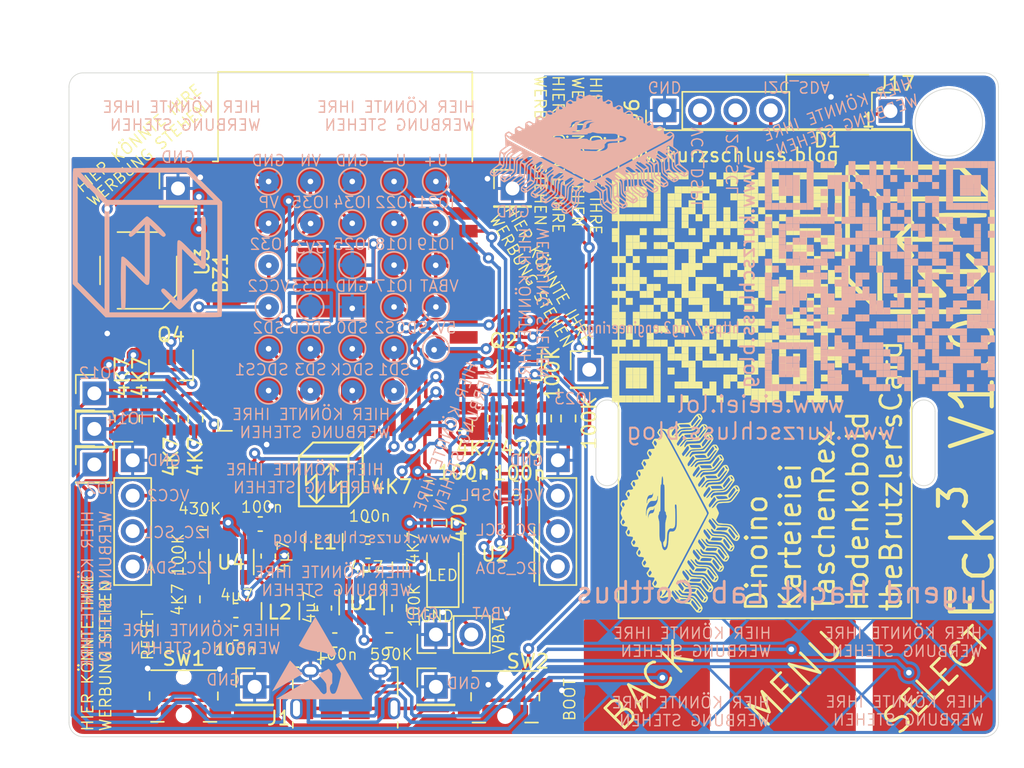
<source format=kicad_pcb>
(kicad_pcb (version 20210228) (generator pcbnew)
  (layers (0 "F.Cu" signal) (31 "B.Cu" signal) (34 "B.Paste" user) (35 "F.Paste" user) (36 "B.SilkS" user "B.Silkscreen") (37 "F.SilkS" user "F.Silkscreen") (38 "B.Mask" user) (39 "F.Mask" user) (44 "Edge.Cuts" user))
  (net 0 "")
  (net 1 "GND")
  (net 2 "/I2C_SCL")
  (net 3 "/I2C_SDA")
  (net 4 "+3V3")
  (net 5 "Net-(Q2-Pad1)")
  (net 6 "+5V")
  (net 7 "Net-(R3-Pad2)")
  (net 8 "Net-(R1-Pad2)")
  (net 9 "no_connect_(U3-Pad29)")
  (net 10 "Net-(R6-Pad2)")
  (net 11 "Net-(R7-Pad2)")
  (net 12 "Net-(R10-Pad2)")
  (net 13 "Net-(R11-Pad2)")
  (net 14 "+BATT")
  (net 15 "Net-(R17-Pad2)")
  (net 16 "Net-(R15-Pad2)")
  (net 17 "Net-(D2-Pad2)")
  (net 18 "/TOUCH5")
  (net 19 "/TOUCH6")
  (net 20 "Net-(R8-Pad1)")
  (net 21 "/TOUCH7")
  (net 22 "Net-(Q4-Pad1)")
  (net 23 "/D+")
  (net 24 "/D-")
  (net 25 "/U+")
  (net 26 "/U-")
  (net 27 "/VCC2")
  (net 28 "/SD0")
  (net 29 "/SD1")
  (net 30 "/SD2")
  (net 31 "/SD3")
  (net 32 "/SD_CLK")
  (net 33 "/SD_CMD")
  (net 34 "Net-(TP12-Pad1)")
  (net 35 "Net-(TP13-Pad1)")
  (net 36 "Net-(TP15-Pad1)")
  (net 37 "Net-(TP16-Pad1)")
  (net 38 "Net-(TP17-Pad1)")
  (net 39 "Net-(TP18-Pad1)")
  (net 40 "Net-(TP19-Pad1)")
  (net 41 "Net-(TP21-Pad1)")
  (net 42 "Net-(TP22-Pad1)")
  (net 43 "Net-(TP23-Pad1)")
  (net 44 "Net-(TP24-Pad1)")
  (net 45 "Net-(TP25-Pad1)")
  (net 46 "/SD_CS1")
  (net 47 "/SD_CS2")
  (net 48 "Net-(L1-Pad1)")
  (net 49 "Net-(L2-Pad1)")
  (net 50 "Net-(C2-Pad1)")
  (net 51 "no_connect_(J1-Pad4)")
  (net 52 "no_connect_(U1-Pad5)")
  (net 53 "no_connect_(U2-Pad4)")
  (net 54 "no_connect_(U3-Pad32)")
  (net 55 "no_connect_(U4-Pad5)")
  (net 56 "Net-(D1-Pad1)")
  (net 57 "Net-(BZ1-Pad1)")
  (net 58 "Net-(D1-Pad3)")
  (net 59 "Net-(J2-Pad2)")
  (footprint "Package_TO_SOT_SMD:SOT-23" (layer "F.Cu") (at 155 98 -90)
    (fp_text reference "Q2")
    (fp_text value "DMG2301L")
  )
  (footprint "Package_SO:SOIC-8_3.9x4.9mm_P1.27mm" (layer "F.Cu") (at 153.5 111.25 90)
    (fp_text reference "U2")
    (fp_text value "CH330N")
  )
  (footprint "RF_Module:ESP32-WROOM-32" (layer "F.Cu") (at 142.494 92.5068)
    (fp_text reference "U3")
    (fp_text value "ESP32-WROOM-32")
  )
  (footprint "Capacitor_SMD:C_0603_1608Metric" (layer "F.Cu") (at 151.75 106.5)
    (fp_text reference "C2" hide)
    (fp_text value "100n")
  )
  (footprint "Capacitor_SMD:C_0603_1608Metric" (layer "F.Cu") (at 154.75 106.5)
    (fp_text reference "C3" hide)
    (fp_text value "100n")
  )
  (footprint "Capacitor_SMD:C_0603_1608Metric" (layer "F.Cu") (at 144.1 109.45 180)
    (fp_text reference "C5" hide)
    (fp_text value "100n")
  )
  (footprint "Capacitor_SMD:C_0603_1608Metric" (layer "F.Cu") (at 144.125 111.025 180)
    (fp_text reference "C6" hide)
    (fp_text value "4µ7")
  )
  (footprint "LED_SMD:LED_1206_3216Metric" (layer "F.Cu") (at 149.5 112.75 90)
    (fp_text reference "D2" hide)
    (fp_text value "LED")
  )
  (footprint "Connector_USB:USB_Micro-B_Amphenol_10118194_Horizontal" (layer "F.Cu") (at 142.5 121)
    (fp_text reference "J1")
    (fp_text value "USB_B_Micro")
  )
  (footprint "Connector_PinHeader_2.54mm:PinHeader_1x02_P2.54mm_Vertical" (layer "F.Cu") (at 149 117 90)
    (fp_text reference "J3" hide)
    (fp_text value "Conn_01x02_Male")
  )
  (footprint "Inductor_SMD:L_1210_3225Metric" (layer "F.Cu") (at 140.95 110.375 90)
    (fp_text reference "L1")
    (fp_text value "2u2")
  )
  (footprint "Resistor_SMD:R_0603_1608Metric" (layer "F.Cu") (at 146.4 112.05 -90)
    (fp_text reference "R1" hide)
    (fp_text value "4K7")
  )
  (footprint "Resistor_SMD:R_0603_1608Metric" (layer "F.Cu") (at 146.375 115.1 90)
    (fp_text reference "R4" hide)
    (fp_text value "100K")
  )
  (footprint "Resistor_SMD:R_0603_1608Metric" (layer "F.Cu") (at 131.75 101.5 90)
    (fp_text reference "R6" hide)
    (fp_text value "4K7")
  )
  (footprint "Resistor_SMD:R_0603_1608Metric" (layer "F.Cu") (at 130 101.5 90)
    (fp_text reference "R7" hide)
    (fp_text value "4K7")
  )
  (footprint "Resistor_SMD:R_0603_1608Metric" (layer "F.Cu") (at 155 101.5 90)
    (fp_text reference "R8" hide)
    (fp_text value "470")
  )
  (footprint "Resistor_SMD:R_0603_1608Metric" (layer "F.Cu") (at 149.25 109 90)
    (fp_text reference "R9" hide)
    (fp_text value "470")
  )
  (footprint "Resistor_SMD:R_0603_1608Metric" (layer "F.Cu") (at 128.25 101.5 90)
    (fp_text reference "R10" hide)
    (fp_text value "4K7")
  )
  (footprint "Resistor_SMD:R_0603_1608Metric" (layer "F.Cu") (at 126.5 101.5 90)
    (fp_text reference "R11" hide)
    (fp_text value "4K7")
  )
  (footprint "Resistor_SMD:R_0603_1608Metric" (layer "F.Cu") (at 148.5 106.5 180)
    (fp_text reference "R12" hide)
    (fp_text value "4K7")
  )
  (footprint "Resistor_SMD:R_0603_1608Metric" (layer "F.Cu") (at 158.5 101.5 -90)
    (fp_text reference "R14" hide)
    (fp_text value "100K")
  )
  (footprint "Button_Switch_SMD:Panasonic_EVQPUL_EVQPUC" (layer "F.Cu") (at 130.9116 121.412 180)
    (fp_text reference "SW1")
    (fp_text value "SW_Push")
  )
  (footprint "Button_Switch_SMD:Panasonic_EVQPUL_EVQPUC" (layer "F.Cu") (at 153.9748 121.4628 180)
    (fp_text reference "SW2")
    (fp_text value "SW_Push")
  )
  (footprint "Connector_PinHeader_2.54mm:PinHeader_1x04_P2.54mm_Vertical" (layer "F.Cu") (at 127.25 104.5)
    (fp_text reference "J4" hide)
    (fp_text value "Conn_01x04_Male")
  )
  (footprint "Package_TO_SOT_SMD:SOT-23" (layer "F.Cu") (at 130 98 -90)
    (fp_text reference "Q4")
    (fp_text value "DMG2301L")
  )
  (footprint "Connector_PinHeader_2.54mm:PinHeader_1x01_P2.54mm_Vertical" (layer "F.Cu") (at 160 98)
    (fp_text reference "J14" hide)
    (fp_text value "Conn_01x01_Male")
  )
  (footprint "Connector_PinHeader_2.54mm:PinHeader_1x04_P2.54mm_Vertical" (layer "F.Cu") (at 157.75 104.5)
    (fp_text reference "J5" hide)
    (fp_text value "Conn_01x04_Male")
  )
  (footprint "Package_TO_SOT_SMD:SOT-23-6" (layer "F.Cu") (at 143.675 114.675 -90)
    (fp_text reference "U1")
    (fp_text value "MT3420C")
  )
  (footprint "Capacitor_SMD:C_0603_1608Metric" (layer "F.Cu") (at 141.75 117.4)
    (fp_text reference "C1" hide)
    (fp_text value "100n")
  )
  (footprint "Capacitor_SMD:C_0603_1608Metric" (layer "F.Cu") (at 141 115.1 -90)
    (fp_text reference "C4" hide)
    (fp_text value "4µ7")
  )
  (footprint "Package_TO_SOT_SMD:SOT-23-6" (layer "F.Cu") (at 134.325 111.8 90)
    (fp_text reference "U4")
    (fp_text value "MT3420C")
  )
  (footprint "Connector_PinHeader_2.54mm:PinHeader_1x01_P2.54mm_Vertical" (layer "F.Cu") (at 136 120.75)
    (fp_text reference "J10" hide)
    (fp_text value "Conn_01x01_Male")
  )
  (footprint "Capacitor_SMD:C_0603_1608Metric" (layer "F.Cu") (at 134.65 115.275)
    (fp_text reference "C10" hide)
    (fp_text value "4µ7")
  )
  (footprint "Capacitor_SMD:C_0603_1608Metric" (layer "F.Cu") (at 136.975 111.375 90)
    (fp_text reference "C8" hide)
    (fp_text value "4µ7")
  )
  (footprint "Capacitor_SMD:C_0603_1608Metric" (layer "F.Cu") (at 134.65 116.9)
    (fp_text reference "C9" hide)
    (fp_text value "100n")
  )
  (footprint "Inductor_SMD:L_1210_3225Metric" (layer "F.Cu") (at 137.85 115.325 -90)
    (fp_text reference "L2")
    (fp_text value "2u2")
  )
  (footprint "Capacitor_SMD:C_0603_1608Metric" (layer "F.Cu") (at 136.4 109.075 180)
    (fp_text reference "C7" hide)
    (fp_text value "100n")
  )
  (footprint "Resistor_SMD:R_0603_1608Metric" (layer "F.Cu") (at 131.55 114.475 90)
    (fp_text reference "R15" hide)
    (fp_text value "4K7")
  )
  (footprint "Resistor_SMD:R_0603_1608Metric" (layer "F.Cu") (at 132.3 108.975 180)
    (fp_text reference "R17" hide)
    (fp_text value "430K")
  )
  (footprint "Resistor_SMD:R_0603_1608Metric" (layer "F.Cu") (at 131.55 111.325 -90)
    (fp_text reference "R18" hide)
    (fp_text value "100K")
  )
  (footprint "Resistor_SMD:R_0603_1608Metric" (layer "F.Cu") (at 153.25 101.5 -90)
    (fp_text reference "R5" hide)
    (fp_text value "4K7")
  )
  (footprint "KiCad:Symbol_kurzschlussblog" (layer "F.Cu") (at 139.175 107.8)
    (fp_text reference "SM3" hide)
    (fp_text value "SYM_Arrow45_Tiny" hide)
  )
  (footprint "Resistor_SMD:R_0603_1608Metric" (layer "F.Cu") (at 145.65 117.4)
    (fp_text reference "R3" hide)
    (fp_text value "590K")
  )
  (footprint "Resistor_SMD:R_0603_1608Metric" (layer "F.Cu") (at 156.75 101.5 90)
    (fp_text reference "R13" hide)
    (fp_text value "100K")
  )
  (footprint "Connector_PinHeader_2.54mm:PinHeader_1x01_P2.54mm_Vertical" (layer "F.Cu") (at 130.5 85)
    (fp_text reference "J7" hide)
    (fp_text value "Conn_01x01_Male")
  )
  (footprint "Connector_PinHeader_2.54mm:PinHeader_1x01_P2.54mm_Vertical" (layer "F.Cu") (at 154.5 85)
    (fp_text reference "J8" hide)
    (fp_text value "Conn_01x01_Male")
  )
  (footprint "Connector_PinHeader_2.54mm:PinHeader_1x01_P2.54mm_Vertical" (layer "F.Cu") (at 149 120.75)
    (fp_text reference "J9" hide)
    (fp_text value "Conn_01x01_Male")
  )
  (footprint "Connector_PinHeader_2.54mm:PinHeader_1x01_P2.54mm_Vertical" (layer "F.Cu") (at 124.5 99.7)
    (fp_text reference "J11" hide)
    (fp_text value "Conn_01x01_Male")
  )
  (footprint "Connector_PinHeader_2.54mm:PinHeader_1x01_P2.54mm_Vertical" (layer "F.Cu") (at 124.5 102.25)
    (fp_text reference "J12" hide)
    (fp_text value "Conn_01x01_Male")
  )
  (footprint "Connector_PinHeader_2.54mm:PinHeader_1x01_P2.54mm_Vertical" (layer "F.Cu") (at 124.5 104.8)
    (fp_text reference "J13" hide)
    (fp_text value "Conn_01x01_Male")
  )
  (footprint "Connector_PinHeader_2.54mm:PinHeader_1x04_P2.54mm_Vertical" (layer "F.Cu") (at 165.4048 79.4004 90)
    (fp_text reference "J6")
    (fp_text value "Conn_01x04_Male")
  )
  (footprint "KiCad:Symbol_kurzschlussblog_12mm" (layer "F.Cu") (at 183.5912 88.5952 90)
    (fp_text reference "G***" hide)
    (fp_text value "LOGO" hide)
  )
  (footprint "Buzzer_Beeper:MagneticBuzzer_MLT-5030" (layer "F.Cu") (at 127.6604 90.8812 -90)
    (fp_text reference "BZ1")
    (fp_text value "Buzzer")
  )
  (footprint "Connector_PinHeader_2.54mm:PinHeader_1x01_P2.54mm_Vertical" (layer "F.Cu") (at 181.61 79.4512)
    (fp_text reference "J17")
    (fp_text value "Conn_01x01_Male")
  )
  (footprint "KiCad:Platinenmacher_14" (layer "F.Cu") (at 166.5224 108.3056 90)
    (fp_text reference "G***" hide)
    (fp_text value "LOGO" hide)
  )
  (footprint "EasterEGG_V1:www.kurzschluss.blog" (layer "F.Cu") (at 169.8752 92.1004)
    (fp_text reference "QR*****" hide)
    (fp_text value "www.kurzschluss.blog")
  )
  (footprint "LED_SMD:LED_SK6812MINI_PLCC4_3.5x3.5mm_P1.75mm" (layer "F.Cu") (at 177.0888 78.7908 180)
    (fp_text reference "D1")
    (fp_text value "SK6812MINI")
  )
  (footprint "TestPoint:TestPoint_Pad_D1.5mm" (layer "B.Cu") (at 137 93.5)
    (fp_text reference "TP1" hide)
    (fp_text value "TestPoint")
  )
  (footprint "TestPoint:TestPoint_Pad_D1.5mm" (layer "B.Cu") (at 149 93.5 -90)
    (fp_text reference "TP2" hide)
    (fp_text value "TestPoint")
  )
  (footprint "TestPoint:TestPoint_Pad_D1.5mm" (layer "B.Cu") (at 149 96.5)
    (fp_text reference "TP3" hide)
    (fp_text value "TestPoint")
  )
  (footprint "TestPoint:TestPoint_Pad_1.5x1.5mm" (layer "B.Cu") (at 143 93.5)
    (fp_text reference "TP5" hide)
    (fp_text value "TestPoint")
  )
  (footprint "TestPoint:TestPoint_Pad_D1.5mm" (layer "B.Cu") (at 143 96.5)
    (fp_text reference "TP6" hide)
    (fp_text value "TestPoint")
  )
  (footprint "TestPoint:TestPoint_Pad_D1.5mm" (layer "B.Cu") (at 146 99.5)
    (fp_text reference "TP7" hide)
    (fp_text value "TestPoint")
  )
  (footprint "TestPoint:TestPoint_Pad_D1.5mm" (layer "B.Cu") (at 137 96.5)
    (fp_text reference "TP8" hide)
    (fp_text value "TestPoint")
  )
  (footprint "TestPoint:TestPoint_Pad_D1.5mm" (layer "B.Cu") (at 140 99.5)
    (fp_text reference "TP9" hide)
    (fp_text value "TestPoint")
  )
  (footprint "TestPoint:TestPoint_Pad_D1.5mm" (layer "B.Cu") (at 143 99.5)
    (fp_text reference "TP10" hide)
    (fp_text value "TestPoint")
  )
  (footprint "TestPoint:TestPoint_Pad_D1.5mm" (layer "B.Cu") (at 140 96.5)
    (fp_text reference "TP11" hide)
    (fp_text value "TestPoint")
  )
  (footprint "TestPoint:TestPoint_Pad_D1.5mm" (layer "B.Cu") (at 140 84.5)
    (fp_text reference "TP13" hide)
    (fp_text value "TestPoint")
  )
  (footprint "TestPoint:TestPoint_Pad_D1.5mm" (layer "B.Cu") (at 137 99.5)
    (fp_text reference "TP14" hide)
    (fp_text value "TestPoint")
  )
  (footprint "TestPoint:TestPoint_Pad_D1.5mm" (layer "B.Cu") (at 149 90.5)
    (fp_text reference "TP15" hide)
    (fp_text value "TestPoint")
  )
  (footprint "TestPoint:TestPoint_Pad_D1.5mm" (layer "B.Cu") (at 146 93.5)
    (fp_text reference "TP17" hide)
    (fp_text value "TestPoint")
  )
  (footprint "TestPoint:TestPoint_Pad_D1.5mm" (layer "B.Cu") (at 146 90.5)
    (fp_text reference "TP18" hide)
    (fp_text value "TestPoint")
  )
  (footprint "TestPoint:TestPoint_Pad_D1.5mm" (layer "B.Cu") (at 146 87.5)
    (fp_text reference "TP19" hide)
    (fp_text value "TestPoint")
  )
  (footprint "TestPoint:TestPoint_Pad_D1.5mm" (layer "B.Cu") (at 146 96.5)
    (fp_text reference "TP20" hide)
    (fp_text value "TestPoint")
  )
  (footprint "TestPoint:TestPoint_Pad_D1.5mm" (layer "B.Cu") (at 140 87.5)
    (fp_text reference "TP21" hide)
    (fp_text value "TestPoint")
  )
  (footprint "TestPoint:TestPoint_Pad_D1.5mm" (layer "B.Cu") (at 137 90.5)
    (fp_text reference "TP22" hide)
    (fp_text value "TestPoint")
  )
  (footprint "TestPoint:TestPoint_Pad_D1.5mm" (layer "B.Cu") (at 140 93.5)
    (fp_text reference "TP23" hide)
    (fp_text value "TestPoint")
  )
  (footprint "TestPoint:TestPoint_Pad_D1.5mm" (layer "B.Cu") (at 143 87.5)
    (fp_text reference "TP24" hide)
    (fp_text value "TestPoint")
  )
  (footprint "TestPoint:TestPoint_Pad_D1.5mm" (layer "B.Cu") (at 143 90.5)
    (fp_text reference "TP25" hide)
    (fp_text value "TestPoint")
  )
  (footprint "TestPoint:TestPoint_Pad_D1.5mm" (layer "B.Cu") (at 140 90.5)
    (fp_text reference "TP4" hide)
    (fp_text value "TestPoint")
  )
  (footprint "TestPoint:TestPoint_Pad_D1.5mm" (layer "B.Cu") (at 149 87.5)
    (fp_text reference "TP16" hide)
    (fp_text value "TestPoint")
  )
  (footprint "TestPoint:TestPoint_Pad_D1.5mm" (layer "B.Cu") (at 137 87.5)
    (fp_text reference "TP12" hide)
    (fp_text value "TestPoint")
  )
  (footprint "TestPoint:TestPoint_Pad_D1.5mm" (layer "B.Cu") (at 146 84.5)
    (fp_text reference "TP26" hide)
    (fp_text value "TestPoint")
  )
  (footprint "TestPoint:TestPoint_Pad_D1.5mm" (layer "B.Cu") (at 149 84.5)
    (fp_text reference "TP27" hide)
    (fp_text value "TestPoint")
  )
  (footprint "TestPoint:TestPoint_Pad_D1.5mm" (layer "B.Cu") (at 137 84.5)
    (fp_text reference "TP28" hide)
    (fp_text value "TestPoint")
  )
  (footprint "TestPoint:TestPoint_Pad_D1.5mm" (layer "B.Cu") (at 143 84.5)
    (fp_text reference "TP29" hide)
    (fp_text value "TestPoint")
  )
  (footprint "Symbol:ESD-Logo_6.6x6mm_SilkScreen" (layer "B.Cu") (at 140.5 118.675 180)
    (fp_text reference "REF**" hide)
    (fp_text value "ESD-Logo_6.6x6mm_SilkScreen" hide)
  )
  (footprint "EasterEGG_V1:www.kurzschluss.blog" (layer "B.Cu") (at 180.848 91.2876 -90)
    (fp_text reference "QR*****" hide)
    (fp_text value "www.kurzschluss.blog")
  )
  (footprint "KiCad:Symbol_kurzschlussblog_12mm" (layer "B.Cu") (at 128.25 88.75 180)
    (fp_text reference "G***" hide)
    (fp_text value "LOGO" hide)
  )
  (footprint "brutzi" (layer "B.Cu") (at 173.25 106.75 180)
    (fp_text reference "G***" hide)
    (fp_text value "LOGO" hide)
  )
  (footprint "KiCad:Platinenmacher_14" (layer "B.Cu") (at 160.02 82.55 180)
    (fp_text reference "G***" hide)
    (fp_text value "LOGO" hide)
  )
  (footprint "pg2" (layer "B.Cu") (at 165.5 92 180)
    (fp_text reference "G***" hide)
    (fp_text value "LOGO" hide)
  )
  (gr_rect (start 183.134 80.8228) (end 162.1028 115.824) (layer "F.SilkS") (width 0.12) (fill none))
  (gr_arc (start 188.341 77.724) (end 188.341 76.708) (angle 90) (layer "Edge.Cuts") (width 0.05))
  (gr_line (start 122.682 123.317) (end 122.682 77.724) (layer "Edge.Cuts") (width 0.05))
  (gr_arc (start 183.9976 105.5116) (end 184.8104 105.5116) (angle 180) (layer "Edge.Cuts") (width 0.05))
  (gr_arc (start 183.9976 100.9904) (end 183.1848 100.9904) (angle 180) (layer "Edge.Cuts") (width 0.05))
  (gr_arc (start 123.698 123.317) (end 123.698 124.333) (angle 90) (layer "Edge.Cuts") (width 0.05))
  (gr_circle (center 185.801 80.264) (end 185.801 77.851) (layer "Edge.Cuts") (width 0.05) (fill none))
  (gr_arc (start 188.341 123.317) (end 189.357 123.317) (angle 90) (layer "Edge.Cuts") (width 0.05))
  (gr_line (start 162.1028 100.9904) (end 162.1028 105.5116) (layer "Edge.Cuts") (width 0.05))
  (gr_arc (start 161.29 100.9904) (end 160.4772 100.9904) (angle 180) (layer "Edge.Cuts") (width 0.05))
  (gr_arc (start 161.29 105.5116) (end 162.1028 105.5116) (angle 180) (layer "Edge.Cuts") (width 0.05))
  (gr_line (start 160.4772 105.5116) (end 160.4772 100.9904) (layer "Edge.Cuts") (width 0.05))
  (gr_arc (start 123.698 77.724) (end 122.682 77.724) (angle 90) (layer "Edge.Cuts") (width 0.05))
  (gr_line (start 188.341 124.333) (end 123.698 124.333) (layer "Edge.Cuts") (width 0.05))
  (gr_line (start 123.698 76.708) (end 188.341 76.708) (layer "Edge.Cuts") (width 0.05))
  (gr_line (start 184.8104 100.9904) (end 184.8104 105.5116) (layer "Edge.Cuts") (width 0.05))
  (gr_line (start 183.1848 105.5116) (end 183.1848 100.9904) (layer "Edge.Cuts") (width 0.05))
  (gr_line (start 189.357 77.724) (end 189.357 123.317) (layer "Edge.Cuts") (width 0.05))
  (gr_text "www.kurzschluss.blog" (at 143.7132 110.0328) (layer "B.SilkS") (effects (font (size 0.8 0.8) (thickness 0.1)) (justify mirror)))
  (gr_text "VCC2" (at 129.794 107.0356) (layer "B.SilkS") (effects (font (size 0.8 0.8) (thickness 0.1)) (justify mirror)))
  (gr_text "I2C_SDA" (at 130.6068 112.2172) (layer "B.SilkS") (effects (font (size 0.8 0.8) (thickness 0.1)) (justify mirror)))
  (gr_text "I2C_SCL" (at 130.4544 109.6772) (layer "B.SilkS") (effects (font (size 0.8 0.8) (thickness 0.1)) (justify mirror)))
  (gr_text "GND" (at 143 92) (layer "B.SilkS") (effects (font (size 0.8 0.8) (thickness 0.1)) (justify mirror)))
  (gr_text "GND" (at 143 83) (layer "B.SilkS") (effects (font (size 0.8 0.8) (thickness 0.1)) (justify mirror)))
  (gr_text "I2C_SCL" (at 170.2748 83.058 90) (layer "B.SilkS") (effects (font (size 0.8 0.8) (thickness 0.1)) (justify mirror)))
  (gr_text "GND" (at 151 120.5) (layer "B.SilkS") (effects (font (size 0.8 0.8) (thickness 0.1)) (justify mirror)))
  (gr_text "SDCK" (at 143 98) (layer "B.SilkS") (effects (font (size 0.8 0.8) (thickness 0.1)) (justify mirror)))
  (gr_text "IO34" (at 143 86) (layer "B.SilkS") (effects (font (size 0.8 0.8) (thickness 0.1)) (justify mirror)))
  (gr_text "HIER KÖNNTE IHRE\nWERBUNG STEHEN" (at 151.892 79.8068) (layer "B.SilkS") (effects (font (size 0.8 0.8) (thickness 0.1)) (justify left mirror)))
  (gr_text "GND\n" (at 154.5336 86.6648) (layer "B.SilkS") (effects (font (size 0.8 0.8) (thickness 0.1)) (justify mirror)))
  (gr_text "I2C_SCL" (at 154.25 109.5) (layer "B.SilkS") (effects (font (size 0.8 0.8) (thickness 0.1)) (justify mirror)))
  (gr_text "Jugend Hackt Lab Cottbus" (at 174.0408 113.9952) (layer "B.SilkS") (effects (font (size 1.5 1.5) (thickness 0.2)) (justify mirror)))
  (gr_text "IO18" (at 146 89) (layer "B.SilkS") (effects (font (size 0.8 0.8) (thickness 0.1)) (justify mirror)))
  (gr_text "HIER KÖNNTE IHRE\nWERBUNG STEHEN" (at 188.3664 122.4788) (layer "B.SilkS") (effects (font (size 0.8 0.8) (thickness 0.1)) (justify left mirror)))
  (gr_text "GND" (at 137 83) (layer "B.SilkS") (effects (font (size 0.8 0.8) (thickness 0.1)) (justify mirror)))
  (gr_text "IO32" (at 137 89) (layer "B.SilkS") (effects (font (size 0.8 0.8) (thickness 0.1)) (justify mirror)))
  (gr_text "HIER KÖNNTE IHRE\nWERBUNG STEHEN" (at 147.3708 113.1824) (layer "B.SilkS") (effects (font (size 0.8 0.8) (thickness 0.1)) (justify left mirror)))
  (gr_text "IO23" (at 158.8516 100.076) (layer "B.SilkS") (effects (font (size 0.8 0.8) (thickness 0.1)) (justify mirror)))
  (gr_text "IO22\n" (at 146 86) (layer "B.SilkS") (effects (font (size 0.8 0.8) (thickness 0.1)) (justify mirror)))
  (gr_text "HIER KÖNNTE IHRE\nWERBUNG STEHEN" (at 137.922 117.348) (layer "B.SilkS") (effects (font (size 0.8 0.8) (thickness 0.1)) (justify left mirror)))
  (gr_text "www.eieiei.lol\nwww.kurzschluss.blog" (at 172.3136 101.4476) (layer "B.SilkS") (effects (font (size 1.2 1.2)) (justify mirror)))
  (gr_text "IO33" (at 140 92) (layer "B.SilkS") (effects (font (size 0.8 0.8) (thickness 0.1)) (justify mirror)))
  (gr_text "VCC_DSPL" (at 153.75 107) (layer "B.SilkS") (effects (font (size 0.8 0.8) (thickness 0.1)) (justify mirror)))
  (gr_text "SDCD" (at 140 95) (layer "B.SilkS") (effects (font (size 0.8 0.8) (thickness 0.1)) (justify mirror)))
  (gr_text "HIER KÖNNTE IHRE\nWERBUNG STEHEN" (at 173.0248 122.5296) (layer "B.SilkS") (effects (font (size 0.8 0.8) (thickness 0.1)) (justify left mirror)))
  (gr_text "I2C_SDA" (at 154.25 112.25) (layer "B.SilkS") (effects (font (size 0.8 0.8) (thickness 0.1)) (justify mirror)))
  (gr_text "U-" (at 146 83) (layer "B.SilkS") (effects (font (size 0.8 0.8) (thickness 0.1)) (justify mirror)))
  (gr_text "HIER KÖNNTE IHRE\nWERBUNG STEHEN" (at 145.796 101.854) (layer "B.SilkS") (effects (font (size 0.8 0.8) (thickness 0.1)) (justify left mirror)))
  (gr_text "3V3\n" (at 140 89.25) (layer "B.SilkS") (effects (font (size 0.8 0.8) (thickness 0.1)) (justify mirror)))
  (gr_text "5V" (at 149.75 95) (layer "B.SilkS") (effects (font (size 0.8 0.8) (thickness 0.1)) (justify mirror)))
  (gr_text "IO27" (at 124.5 106.5) (layer "B.SilkS") (effects (font (size 0.8 0.8) (thickness 0.1)) (justify mirror)))
  (gr_text "HIER KÖNNTE IHRE\nWERBUNG STEHEN" (at 188.2648 117.5512) (layer "B.SilkS") (effects (font (size 0.8 0.8) (thickness 0.1)) (justify left mirror)))
  (gr_text "GND" (at 133.75 120.25) (layer "B.SilkS") (effects (font (size 0.8 0.8) (thickness 0.1)) (justify mirror)))
  (gr_text "VCC2" (at 137 92) (layer "B.SilkS") (effects (font (size 0.8 0.8) (thickness 0.1)) (justify mirror)))
  (gr_text "IO19\n" (at 149 89) (layer "B.SilkS") (effects (font (size 0.8 0.8) (thickness 0.1)) (justify mirror)))
  (gr_text "GND" (at 165.4048 77.724 180) (layer "B.SilkS") (effects (font (size 0.8 0.8) (thickness 0.1)) (justify mirror)))
  (gr_text "HIER KÖNNTE IHRE\nWERBUNG STEHEN" (at 183.4388 77.978 20) (layer "B.SilkS") (effects (font (size 0.8 0.8) (thickness 0.1)) (justify left mirror)))
  (gr_text "SD0" (at 143 95) (layer "B.SilkS") (effects (font (size 0.8 0.8) (thickness 0.1)) (justify mirror)))
  (gr_text "U+" (at 149 83) (layer "B.SilkS") (effects (font (size 0.8 0.8) (thickness 0.1)) (justify mirror)))
  (gr_text "SD3" (at 140 98) (layer "B.SilkS") (effects (font (size 0.8 0.8) (thickness 0.1)) (justify mirror)))
  (gr_text "GND\n" (at 130.5 82.75) (layer "B.SilkS") (effects (font (size 0.8 0.8) (thickness 0.1)) (justify mirror)))
  (gr_text "SDCS1" (at 136.5 98) (layer "B.SilkS") (effects (font (size 0.8 0.8) (thickness 0.1)) (justify mirror)))
  (gr_text "IO35" (at 140 86) (layer "B.SilkS") (effects (font (size 0.8 0.8) (thickness 0.1)) (justify mirror)))
  (gr_text "SDCS2" (at 146.5 95) (layer "B.SilkS") (effects (font (size 0.8 0.8) (thickness 0.1)) (justify mirror)))
  (gr_text "VBAT" (at 149.25 92) (layer "B.SilkS") (effects (font (size 0.8 0.8) (thickness 0.1)) (justify mirror)))
  (gr_text "https://pg2.engineering/" (at 165 95) (layer "B.SilkS") (effects (font (size 0.8 0.6) (thickness 0.1)) (justify mirror)))
  (gr_text "IO17" (at 146 92) (layer "B.SilkS") (effects (font (size 0.8 0.8) (thickness 0.1)) (justify mirror)))
  (gr_text "VN" (at 140 83) (layer "B.SilkS") (effects (font (size 0.8 0.8) (thickness 0.1)) (justify mirror)))
  (gr_text "IO14" (at 126.75 101.5) (layer "B.SilkS") (effects (font (size 0.8 0.8) (thickness 0.1)) (justify mirror)))
  (gr_text "VP" (at 137 86) (layer "B.SilkS") (effects (font (size 0.8 0.8) (thickness 0.1)) (justify mirror)))
  (gr_text "IO21" (at 149 86) (layer "B.SilkS") (effects (font (size 0.8 0.8) (thickness 0.1)) (justify mirror)))
  (gr_text "HIER KÖNNTE IHRE\nWERBUNG STEHEN" (at 145.3388 105.8164) (layer "B.SilkS") (effects (font (size 0.8 0.8) (thickness 0.1)) (justify left mirror)))
  (gr_text "IO25" (at 143 89) (layer "B.SilkS") (effects (font (size 0.8 0.8) (thickness 0.1)) (justify mirror)))
  (gr_text "I2C_SDA" (at 174.8536 77.724 180) (layer "B.SilkS") (effects (font (size 0.8 0.8) (thickness 0.1)) (justify mirror)))
  (gr_text "HIER KÖNNTE IHRE\nWERBUNG STEHEN" (at 136.4996 79.8068) (layer "B.SilkS") (effects (font (size 0.8 0.8) (thickness 0.1)) (justify left mirror)))
  (gr_text "VCC_DSPL" (at 167.7748 83.558 90) (layer "B.SilkS") (effects (font (size 0.8 0.8) (thickness 0.1)) (justify mirror)))
  (gr_text "SD1\n" (at 146 98) (layer "B.SilkS") (effects (font (size 0.8 0.8) (thickness 0.1)) (justify mirror)))
  (gr_text "IO12" (at 124.75 98.25) (layer "B.SilkS") (effects (font (size 0.8 0.8) (thickness 0.1)) (justify mirror)))
  (gr_text "GND" (at 155.5 104.5) (layer "B.SilkS") (effects (font (size 0.8 0.8) (thickness 0.1)) (justify mirror)))
  (gr_text "GND" (at 129.5 104.5) (layer "B.SilkS") (effects (font (size 0.8 0.8) (thickness 0.1)) (justify mirror)))
  (gr_text "HIER KÖNNTE IHRE\nWERBUNG STEHEN" (at 156.0576 87.7316 90) (layer "B.SilkS") (effects (font (size 0.8 0.8) (thickness 0.1)) (justify left mirror)))
  (gr_text "HIER KÖNNTE IHRE\nWERBUNG STEHEN" (at 173.1264 117.5512) (layer "B.SilkS") (effects (font (size 0.8 0.8) (thickness 0.1)) (justify left mirror)))
  (gr_text "VBAT" (at 153 115.5) (layer "B.SilkS") (effects (font (size 0.8 0.8) (thickness 0.1)) (justify mirror)))
  (gr_text "SD2" (at 137 95) (layer "B.SilkS") (effects (font (size 0.8 0.8) (thickness 0.1)) (justify mirror)))
  (gr_text "HIER KÖNNTE IHRE\nWERBUNG STEHEN" (at 124.6632 108.0516 90) (layer "B.SilkS") (effects (font (size 0.8 0.8) (thickness 0.1)) (justify left mirror)))
  (gr_text "HIER KÖNNTE IHRE\nWERBUNG STEHEN" (at 152.2984 97.6376 70) (layer "B.SilkS") (effects (font (size 0.8 0.8) (thickness 0.1)) (justify left mirror)))
  (gr_text "GND" (at 148 115.5) (layer "B.SilkS") (effects (font (size 0.8 0.8) (thickness 0.1)) (justify mirror)))
  (gr_text "GND" (at 149.075 115.675) (layer "F.SilkS") (effects (font (size 0.8 0.8) (thickness 0.1))))
  (gr_text "BACK" (at 164.2872 120.65 45) (layer "F.SilkS") (effects (font (size 2 2) (thickness 0.2))))
  (gr_text "HIER KÖNNTE IHRE\nWERBUNG STEHEN" (at 159.8168 76.9112 270) (layer "F.SilkS") (effects (font (size 0.8 0.8) (thickness 0.1)) (justify left)))
  (gr_text "RESET" (at 128.3208 117.0432 90) (layer "F.SilkS") (effects (font (size 0.8 0.8) (thickness 0.1))))
  (gr_text "MENU" (at 174.8028 120.1928 45) (layer "F.SilkS") (effects (font (size 2 2) (thickness 0.2))))
  (gr_text "Eck³ V1.0" (at 187.5028 105.0544 90) (layer "F.SilkS") (effects (font (size 3 3) (thickness 0.3))))
  (gr_text "VBAT" (at 153.5 117 90) (layer "F.SilkS") (effects (font (size 0.8 0.8) (thickness 0.1))))
  (gr_text "BOOT" (at 158.5976 121.666 90) (layer "F.SilkS") (effects (font (size 0.8 0.8) (thickness 0.1))))
  (gr_text "LED" (at 149.5 112.75) (layer "F.SilkS") (effects (font (size 0.8 0.8) (thickness 0.1))))
  (gr_text "Dinoino \nKarteieiei\nTaschenRex \nHodenkobold\ntheBrutzler'sCard" (at 176.8348 115.4684 90) (layer "F.SilkS") (effects (font (size 1.5 1.5) (thickness 0.2)) (justify left)))
  (gr_text "SELECT" (at 184.912 120.2944 45) (layer "F.SilkS") (effects (font (size 1.8 1.8) (thickness 0.2))))
  (gr_text "HIER KÖNNTE IHRE\nWERBUNG STEHEN" (at 124.6632 124.0028 90) (layer "F.SilkS") (effects (font (size 0.8 0.8) (thickness 0.1)) (justify left)))
  (gr_text "HIER KÖNNTE IHRE\nWERBUNG STEHEN" (at 153.67 86.5632 300) (layer "F.SilkS") (effects (font (size 0.8 0.8) (thickness 0.1)) (justify left)))
  (gr_text "HIER KÖNNTE IHRE\nWERBUNG STEHEN" (at 157.1244 76.8096 270) (layer "F.SilkS") (effects (font (size 0.8 0.8) (thickness 0.1)) (justify left)))
  (gr_text "HIER KÖNNTE IHRE\nWERBUNG STEHEN" (at 123.698 85.598 40) (layer "F.SilkS") (effects (font (size 0.8 0.8) (thickness 0.1)) (justify left)))
  (segment (start 154.135 115.465) (end 154.1 115.5) (width 0.25) (layer "F.Cu") (net 1))
  (segment (start 134 84.245) (end 135.945 84.245) (width 0.25) (layer "F.Cu") (net 1))
  (segment (start 156.5998 120.6128) (end 157.646 120.6128) (width 0.25) (layer "F.Cu") (net 1))
  (segment (start 152.525 105.425) (end 152.5 105.4) (width 0.25) (layer "F.Cu") (net 1))
  (segment (start 146 122.3) (end 147.45 122.3) (width 0.25) (layer "F.Cu") (net 1))
  (segment (start 152.525 106.5) (end 152.525 105.425) (width 0.25) (layer "F.Cu") (net 1))
  (segment (start 133.5366 120.562) (end 133.5366 119.5158) (width 0.25) (layer "F.Cu") (net 1))
  (segment (start 134.325 113.7) (end 134.325 112.9) (width 0.25) (layer "F.Cu") (net 1))
  (segment (start 133.875 114.15) (end 134.325 113.7) (width 0.25) (layer "F.Cu") (net 1))
  (segment (start 140 118.375) (end 140 119.6) (width 0.25) (layer "F.Cu") (net 1))
  (segment (start 141 114.325) (end 141.85 114.325) (width 0.25) (layer "F.Cu") (net 1))
  (segment (start 136.785 103.295811) (end 136.859701 103.370512) (width 0.25) (layer "F.Cu") (net 1))
  (segment (start 128.2866 119.465) (end 128.3208 119.4308) (width 0.25) (layer "F.Cu") (net 1))
  (segment (start 178.8388 77.9158) (end 177.8622 77.9158) (width 0.25) (layer "F.Cu") (net 1))
  (segment (start 143.8 119.6) (end 145 119.6) (width 0.25) (layer "F.Cu") (net 1))
  (segment (start 147.45 122.3) (end 149 120.75) (width 0.25) (layer "F.Cu") (net 1))
  (segment (start 152.525 106.5) (end 153.975 106.5) (width 0.25) (layer "F.Cu") (net 1))
  (segment (start 152.742 120.6128) (end 152.7556 120.5992) (width 0.25) (layer "F.Cu") (net 1))
  (segment (start 149.5 114.15) (end 149.5 115.4) (width 0.25) (layer "F.Cu") (net 1))
  (segment (start 142.169998 114.644998) (end 143.675 114.644998) (width 0.25) (layer "F.Cu") (net 1))
  (segment (start 157.646 120.6128) (end 158.0388 121.0056) (width 0.25) (layer "F.Cu") (net 1))
  (segment (start 141.5 122.3) (end 143.5 122.3) (width 0.25) (layer "F.Cu") (net 1))
  (segment (start 158.5 103.75) (end 157.75 104.5) (width 0.25) (layer "F.Cu") (net 1))
  (segment (start 132.145 84.245) (end 132.1 84.2) (width 0.25) (layer "F.Cu") (net 1))
  (segment (start 136.2 84.5) (end 135.945 84.245) (width 0.25) (layer "F.Cu") (net 1))
  (segment (start 134 84.245) (end 132.145 84.245) (width 0.25) (layer "F.Cu") (net 1))
  (segment (start 158.5 102.325) (end 158.5 103.75) (width 0.25) (layer "F.Cu") (net 1))
  (segment (start 137 84.5) (end 136.2 84.5) (width 0.25) (layer "F.Cu") (net 1))
  (segment (start 146.375 114.275) (end 145.65 114.275) (width 0.25) (layer "F.Cu") (net 1))
  (segment (start 144.875 111) (end 144.9 111.025) (width 0.25) (layer "F.Cu") (net 1))
  (segment (start 136.655002 111.830002) (end 136.975 112.15) (width 0.25) (layer "F.Cu") (net 1))
  (segment (start 145.65 114.275) (end 145.280002 114.644998) (width 0.25) (layer "F.Cu") (net 1))
  (segment (start 154.135 113.725) (end 154.135 115.465) (width 0.25) (layer "F.Cu") (net 1))
  (segment (start 125.4104 95.3876) (end 125.4252 95.4024) (width 0.25) (layer "F.Cu") (net 1))
  (segment (start 143.675 113.575) (end 143.675 114.644998) (width 0.25) (layer "F.Cu") (net 1))
  (segment (start 133.875 116.9) (end 133.875 115.275) (width 0.25) (layer "F.Cu") (net 1))
  (segment (start 143.675 113.2) (end 143.675 113.575) (width 0.25) (layer "F.Cu") (net 1))
  (segment (start 177.8622 77.9158) (end 177.3428 78.4352) (width 0.25) (layer "F.Cu") (net 1))
  (segment (start 128.2866 120.562) (end 128.2866 119.465) (width 0.25) (layer "F.Cu") (net 1))
  (segment (start 134.325 112.9) (end 134.325 111.830002) (width 0.25) (layer "F.Cu") (net 1))
  (segment (start 151 84.245) (end 152.645 84.245) (width 0.25) (layer "F.Cu") (net 1))
  (segment (start 136.785 101.755) (end 136.785 103.295811) (width 0.25) (layer "F.Cu") (net 1))
  (segment (start 133.5366 119.5158) (end 133.5024 119.4816) (width 0.25) (layer "F.Cu") (net 1))
  (segment (start 134.325 111.830002) (end 136.655002 111.830002) (width 0.25) (layer "F.Cu") (net 1))
  (segment (start 151.3498 120.6128) (end 152.742 120.6128) (width 0.25) (layer "F.Cu") (net 1))
  (segment (start 144.9 111.025) (end 144.9 111.975) (width 0.25) (layer "F.Cu") (net 1))
  (segment (start 125.4104 93.3812) (end 125.4104 95.3876) (width 0.25) (layer "F.Cu") (net 1))
  (segment (start 141.85 114.325) (end 142.169998 114.644998) (width 0.25) (layer "F.Cu") (net 1))
  (segment (start 133.875 115.275) (end 133.875 114.15) (width 0.25) (layer "F.Cu") (net 1))
  (segment (start 140.975 117.4) (end 140 118.375) (width 0.25) (layer "F.Cu") (net 1))
  (segment (start 134.325 111.830002) (end 131.869998 111.830002) (width 0.25) (layer "F.Cu") (net 1))
  (segment (start 144.9 111.975) (end 143.675 113.2) (width 0.25) (layer "F.Cu") (net 1))
  (segment (start 152.645 84.245) (end 152.7 84.3) (width 0.25) (layer "F.Cu") (net 1))
  (segment (start 137.175 109.075) (end 137.175 107.775) (width 0.25) (layer "F.Cu") (net 1))
  (segment (start 145.280002 114.644998) (end 143.675 114.644998) (width 0.25) (layer "F.Cu") (net 1))
  (segment (start 131.869998 111.830002) (end 131.55 112.15) (width 0.25) (layer "F.Cu") (net 1))
  (segment (start 139.6 122.3) (end 141.5 122.3) (width 0.25) (layer "F.Cu") (net 1))
  (segment (start 143.5 122.3) (end 145.4 122.3) (width 0.25) (layer "F.Cu") (net 1))
  (segment (start 144.875 109.45) (end 144.875 111) (width 0.25) (layer "F.Cu") (net 1))
  (via (at 132.1 84.2) (size 0.8) (drill 0.4) (layers "F.Cu" "B.Cu") (net 1))
  (via (at 125.4252 95.4024) (size 0.8) (drill 0.4) (layers "F.Cu" "B.Cu") (net 1))
  (via (at 154.1 115.5) (size 0.8) (drill 0.4) (layers "F.Cu" "B.Cu") (net 1))
  (via (at 143.675 114.644998) (size 0.8) (drill 0.4) (layers "F.Cu" "B.Cu") (net 1))
  (via (at 133.5024 119.4816) (size 0.8) (drill 0.4) (layers "F.Cu" "B.Cu") (net 1))
  (via (at 137 84.5) (size 0.8) (drill 0.4) (layers "F.Cu" "B.Cu") (net 1))
  (via (at 128.3208 119.4308) (size 0.8) (drill 0.4) (layers "F.Cu" "B.Cu") (net 1))
  (via (at 152.5 105.4) (size 0.8) (drill 0.4) (layers "F.Cu" "B.Cu") (net 1))
  (via (at 158.0388 121.0056) (size 0.8) (drill 0.4) (layers "F.Cu" "B.Cu") (net 1))
  (via (at 177.3428 78.4352) (size 0.8) (drill 0.4) (layers "F.Cu" "B.Cu") (net 1))
  (via (at 143 84.5) (size 0.8) (drill 0.4) (layers "F.Cu" "B.Cu") (net 1))
  (via (at 134.325 111.830002) (size 0.8) (drill 0.4) (layers "F.Cu" "B.Cu") (net 1))
  (via (at 152.7 84.3) (size 0.8) (drill 0.4) (layers "F.Cu" "B.Cu") (net 1))
  (via (at 149.5 115.4) (size 0.8) (drill 0.4) (layers "F.Cu" "B.Cu") (net 1))
  (via (at 152.7556 120.5992) (size 0.8) (drill 0.4) (layers "F.Cu" "B.Cu") (net 1))
  (via (at 136.859701 103.370512) (size 0.8) (drill 0.4) (layers "F.Cu" "B.Cu") (net 1))
  (via (at 143 93.6) (size 0.8) (drill 0.4) (layers "F.Cu" "B.Cu") (net 1))
  (via (at 137.175 107.775) (size 0.8) (drill 0.4) (layers "F.Cu" "B.Cu") (net 1))
  (segment (start 157.1752 98.355017) (end 157.1752 96.7232) (width 0.25) (layer "F.Cu") (net 2))
  (segment (start 152.585 99.485) (end 152.6 99.5) (width 0.25) (layer "F.Cu") (net 2))
  (segment (start 157.16802 95.96838) (end 159.1564 93.98) (width 0.25) (layer "F.Cu") (net 2))
  (segment (start 127.25 109.58) (end 127.395 109.58) (width 0.25) (layer "F.Cu") (net 2))
  (segment (start 153.67 105.4608) (end 155.9608 105.4608) (width 0.25) (layer "F.Cu") (net 2))
  (segment (start 161.0868 93.98) (end 170.4848 84.582) (width 0.25) (layer "F.Cu") (net 2))
  (segment (start 152.6 99.5) (end 152.875011 99.775011) (width 0.25) (layer "F.Cu") (net 2))
  (segment (start 151 99.485) (end 152.585 99.485) (width 0.25) (layer "F.Cu") (net 2))
  (segment (start 152.884189 104.674989) (end 153.67 105.4608) (width 0.25) (layer "F.Cu") (net 2))
  (segment (start 149.5 99) (end 149 98.5) (width 0.25) (layer "F.Cu") (net 2))
  (segment (start 159.1564 93.98) (end 161.0868 93.98) (width 0.25) (layer "F.Cu") (net 2))
  (segment (start 157.1752 96.7232) (end 157.16802 96.71602) (width 0.25) (layer "F.Cu") (net 2))
  (segment (start 156.574999 108.404999) (end 157.75 109.58) (width 0.25) (layer "F.Cu") (net 2))
  (segment (start 133.1448 104.65) (end 135.85 104.65) (width 0.25) (layer "F.Cu") (net 2))
  (segment (start 155.755206 99.775011) (end 157.1752 98.355017) (width 0.25) (layer "F.Cu") (net 2))
  (segment (start 136 104.5) (end 136 104) (width 0.25) (layer "F.Cu") (net 2))
  (segment (start 128.2148 109.58) (end 133.1448 104.65) (width 0.25) (layer "F.Cu") (net 2))
  (segment (start 151.255411 104.674989) (end 152.884189 104.674989) (width 0.25) (layer "F.Cu") (net 2))
  (segment (start 150.9268 105.0036) (end 150.8214 105.0036) (width 0.25) (layer "F.Cu") (net 2))
  (segment (start 135.85 104.65) (end 136 104.5) (width 0.25) (layer "F.Cu") (net 2))
  (segment (start 151 99.485) (end 150.515 99) (width 0.25) (layer "F.Cu") (net 2))
  (segment (start 150.8214 105.0036) (end 149.325 106.5) (width 0.25) (layer "F.Cu") (net 2))
  (segment (start 150.515 99) (end 149.5 99) (width 0.25) (layer "F.Cu") (net 2))
  (segment (start 157.16802 96.71602) (end 157.16802 95.96838) (width 0.25) (layer "F.Cu") (net 2))
  (segment (start 127.25 109.58) (end 128.2148 109.58) (width 0.25) (layer "F.Cu") (net 2))
  (segment (start 156.574999 106.074999) (end 156.574999 108.404999) (width 0.25) (layer "F.Cu") (net 2))
  (segment (start 150.9268 105.0036) (end 151.255411 104.674989) (width 0.25) (layer "F.Cu") (net 2))
  (segment (start 152.875011 99.775011) (end 155.755206 99.775011) (width 0.25) (layer "F.Cu") (net 2))
  (segment (start 170.4848 84.582) (end 170.4848 79.4004) (width 0.25) (layer "F.Cu") (net 2))
  (segment (start 155.9608 105.4608) (end 156.574999 106.074999) (width 0.25) (layer "F.Cu") (net 2))
  (via (at 152.6 99.5) (size 0.8) (drill 0.4) (layers "F.Cu" "B.Cu") (net 2))
  (via (at 149 98.5) (size 0.8) (drill 0.4) (layers "F.Cu" "B.Cu") (net 2))
  (via (at 150.9268 105.0036) (size 0.8) (drill 0.4) (layers "F.Cu" "B.Cu") (net 2))
  (via (at 136 104) (size 0.8) (drill 0.4) (layers "F.Cu" "B.Cu") (net 2))
  (segment (start 143.100001 104.399999) (end 149 98.5) (width 0.25) (layer "B.Cu") (net 2))
  (segment (start 136 104) (end 136.399999 104.399999) (width 0.25) (layer "B.Cu") (net 2))
  (segment (start 152.6 103.3304) (end 152.6 99.5) (width 0.25) (layer "B.Cu") (net 2))
  (segment (start 150.9268 105.0036) (end 152.6 103.3304) (width 0.25) (layer "B.Cu") (net 2))
  (segment (start 136.399999 104.399999) (end 143.100001 104.399999) (width 0.25) (layer "B.Cu") (net 2))
  (segment (start 153.17 100.755) (end 153.25 100.675) (width 0.25) (layer "F.Cu") (net 3))
  (segment (start 154.125 100.675) (end 154.125 102.800145) (width 0.25) (layer "F.Cu") (net 3))
  (segment (start 136.737041 104.39937) (end 145.10063 104.39937) (width 0.25) (layer "F.Cu") (net 3))
  (segment (start 127.25 112.12) (end 129 110.37) (width 0.25) (layer "F.Cu") (net 3))
  (segment (start 157.734 98.4504) (end 157.734 96.266) (width 0.25) (layer "F.Cu") (net 3))
  (segment (start 154.699845 103.37499) (end 155.26553 103.37499) (width 0.25) (layer "F.Cu") (net 3))
  (segment (start 159.4104 94.5896) (end 161.1884 94.5896) (width 0.25) (layer "F.Cu") (net 3))
  (segment (start 136.0364 105.100011) (end 136.737041 104.39937) (width 0.25) (layer "F.Cu") (net 3))
  (segment (start 154.125 100.675) (end 153.25 100.675) (width 0.25) (layer "F.Cu") (net 3))
  (segment (start 155.94998 100.28522) (end 155.94998 100.23442) (width 0.25) (layer "F.Cu") (net 3))
  (segment (start 161.1884 94.5896) (end 173.0248 82.7532) (width 0.25) (layer "F.Cu") (net 3))
  (segment (start 129 110.37) (end 129 109.5568) (width 0.25) (layer "F.Cu") (net 3))
  (segment (start 154.125 102.800145) (end 154.699845 103.37499) (width 0.25) (layer "F.Cu") (net 3))
  (segment (start 173.0248 82.7532) (end 173.0248 79.4004) (width 0.25) (layer "F.Cu") (net 3))
  (segment (start 129 109.5568) (end 133.456789 105.100011) (width 0.25) (layer "F.Cu") (net 3))
  (segment (start 133.456789 105.100011) (end 136.0364 105.100011) (width 0.25) (layer "F.Cu") (net 3))
  (segment (start 155 100.675) (end 154.125 100.675) (width 0.25) (layer "F.Cu") (net 3))
  (segment (start 145.10063 104.39937) (end 145.600001 103.899999) (width 0.25) (layer "F.Cu") (net 3))
  (segment (start 157.734 96.266) (end 159.4104 94.5896) (width 0.25) (layer "F.Cu") (net 3))
  (segment (start 151 100.755) (end 150.161788 100.755) (width 0.25) (layer "F.Cu") (net 3))
  (segment (start 151 100.755) (end 153.17 100.755) (width 0.25) (layer "F.Cu") (net 3))
  (segment (start 155.5602 100.675) (end 155.94998 100.28522) (width 0.25) (layer "F.Cu") (net 3))
  (segment (start 145.600001 103.899999) (end 146 103.5) (width 0.25) (layer "F.Cu") (net 3))
  (segment (start 150.161788 100.755) (end 149.399999 99.993211) (width 0.25) (layer "F.Cu") (net 3))
  (segment (start 155.94998 100.23442) (end 157.734 98.4504) (width 0.25) (layer "F.Cu") (net 3))
  (segment (start 155 100.675) (end 155.5602 100.675) (width 0.25) (layer "F.Cu") (net 3))
  (segment (start 149.399999 99.993211) (end 149 99.593212) (width 0.25) (layer "F.Cu") (net 3))
  (via (at 149 99.593212) (size 0.8) (drill 0.4) (layers "F.Cu" "B.Cu") (net 3))
  (via (at 155.26553 103.37499) (size 0.8) (drill 0.4) (layers "F.Cu" "B.Cu") (net 3))
  (via (at 146 103.5) (size 0.8) (drill 0.4) (layers "F.Cu" "B.Cu") (net 3))
  (segment (start 146 103.5) (end 146 102.5644) (width 0.25) (layer "B.Cu") (net 3))
  (segment (start 146 102.5644) (end 148.971188 99.593212) (width 0.25) (layer "B.Cu") (net 3))
  (segment (start 155.26553 109.63553) (end 155.26553 103.37499) (width 0.25) (layer "B.Cu") (net 3))
  (segment (start 157.75 112.12) (end 155.26553 109.63553) (width 0.25) (layer "B.Cu") (net 3))
  (segment (start 148.971188 99.593212) (end 149 99.593212) (width 0.25) (layer "B.Cu") (net 3))
  (segment (start 126.675 102.325) (end 127.3 101.7) (width 0.25) (layer "F.Cu") (net 4))
  (segment (start 127.3 101.7) (end 127.3 97.8) (width 0.25) (layer "F.Cu") (net 4))
  (segment (start 127.3 97.8) (end 128.1 97) (width 0.25) (layer "F.Cu") (net 4))
  (segment (start 128.1 97) (end 129.05 97) (width 0.25) (layer "F.Cu") (net 4))
  (segment (start 132.085 85.515) (end 132 85.6) (width 0.25) (layer "F.Cu") (net 4))
  (segment (start 132.085 85.515) (end 132 85.6) (width 0.25) (layer "F.Cu") (net 4))
  (segment (start 154.05 97) (end 154.75 97) (width 0.25) (layer "F.Cu") (net 4))
  (segment (start 135.425 116.9) (end 135.425 115.275) (width 0.25) (layer "F.Cu") (net 4))
  (segment (start 134 85.515) (end 138.049312 85.515) (width 0.25) (layer "F.Cu") (net 4))
  (segment (start 129.05 97) (end 129.05 95.0796) (width 0.25) (layer "F.Cu") (net 4))
  (segment (start 135.6 116.725) (end 135.425 116.9) (width 0.25) (layer "F.Cu") (net 4))
  (segment (start 135.45 115.25) (end 135.425 115.275) (width 0.25) (layer "F.Cu") (net 4))
  (segment (start 137.85 116.725) (end 135.6 116.725) (width 0.25) (layer "F.Cu") (net 4))
  (segment (start 151.175 102.325) (end 151 102.5) (width 0.25) (layer "F.Cu") (net 4))
  (segment (start 154.75 97) (end 154.980576 96.769424) (width 0.25) (layer "F.Cu") (net 4))
  (segment (start 132 92.1296) (end 132 87.9) (width 0.25) (layer "F.Cu") (net 4))
  (segment (start 138.049312 85.515) (end 138.436291 85.901979) (width 0.25) (layer "F.Cu") (net 4))
  (segment (start 135.45 114.030002) (end 135.45 115.25) (width 0.25) (layer "F.Cu") (net 4))
  (segment (start 129.05 95.0796) (end 132 92.1296) (width 0.25) (layer "F.Cu") (net 4))
  (segment (start 134 85.515) (end 132.085 85.515) (width 0.25) (layer "F.Cu") (net 4))
  (segment (start 154.980576 96.769424) (end 154.980576 96.360872) (width 0.25) (layer "F.Cu") (net 4))
  (segment (start 147.675 105.325) (end 147.7 105.3) (width 0.25) (layer "F.Cu") (net 4))
  (segment (start 147.675 106.5) (end 147.675 105.325) (width 0.25) (layer "F.Cu") (net 4))
  (segment (start 126.5 102.325) (end 126.675 102.325) (width 0.25) (layer "F.Cu") (net 4))
  (segment (start 153.25 102.325) (end 151.175 102.325) (width 0.25) (layer "F.Cu") (net 4))
  (segment (start 133.125 108.975) (end 134.1 108.975) (width 0.25) (layer "F.Cu") (net 4))
  (via (at 127.3 96.95) (size 0.8) (drill 0.4) (layers "F.Cu" "B.Cu") (net 4))
  (via (at 125.55 97.65) (size 0.8) (drill 0.4) (layers "F.Cu" "B.Cu") (net 4))
  (via (at 152.75 97.5) (size 0.8) (drill 0.4) (layers "F.Cu" "B.Cu") (net 4))
  (via (at 138.125 111.325) (size 0.8) (drill 0.4) (layers "F.Cu" "B.Cu") (net 4))
  (via (at 132 87.9) (size 0.8) (drill 0.4) (layers "F.Cu" "B.Cu") (net 4))
  (via (at 135.45 114.030002) (size 0.8) (drill 0.4) (layers "F.Cu" "B.Cu") (net 4))
  (via (at 138.436291 85.901979) (size 0.8) (drill 0.4) (layers "F.Cu" "B.Cu") (net 4))
  (via (at 147.125 109) (size 0.8) (drill 0.4) (layers "F.Cu" "B.Cu") (net 4))
  (via (at 134.1 108.975) (size 0.8) (drill 0.4) (layers "F.Cu" "B.Cu") (net 4))
  (via (at 132 85.6) (size 0.8) (drill 0.4) (layers "F.Cu" "B.Cu") (net 4))
  (via (at 151 102.5) (size 0.8) (drill 0.4) (layers "F.Cu" "B.Cu") (net 4))
  (via (at 155.75 94.5) (size 0.8) (drill 0.4) (layers "F.Cu" "B.Cu") (net 4))
  (via (at 154.980576 96.360872) (size 0.8) (drill 0.4) (layers "F.Cu" "B.Cu") (net 4))
  (via (at 152.75 97.5) (size 0.8) (drill 0.4) (layers "F.Cu" "B.Cu") (net 4))
  (via (at 152.75 97.5) (size 0.8) (drill 0.4) (layers "F.Cu" "B.Cu") (net 4))
  (via (at 150.475 109) (size 0.8) (drill 0.4) (layers "F.Cu" "B.Cu") (net 4))
  (via (at 147.7 105.3) (size 0.8) (drill 0.4) (layers "F.Cu" "B.Cu") (net 4))
  (segment (start 132 85.6) (end 131.8 85.6) (width 0.25) (layer "B.Cu") (net 4))
  (segment (start 152.75 97.5) (end 151.75 97.5) (width 0.25) (layer "B.Cu") (net 4))
  (segment (start 135.45 114.030002) (end 138.125 111.355002) (width 0.25) (layer "B.Cu") (net 4))
  (segment (start 150.0124 103.4876) (end 151 102.5) (width 0.25) (layer "B.Cu") (net 4))
  (segment (start 140 89) (end 138.5 89) (width 0.25) (layer "B.Cu") (net 4))
  (segment (start 154.980576 96.360872) (end 154.980576 95.269424) (width 0.25) (layer "B.Cu") (net 4))
  (segment (start 151.75 97.5) (end 151 98.25) (width 0.25) (layer "B.Cu") (net 4))
  (segment (start 135.125 110) (end 135.125 113.705002) (width 0.25) (layer "B.Cu") (net 4))
  (segment (start 138.5 90.5) (end 138.5 91.5) (width 0.25) (layer "B.Cu") (net 4))
  (segment (start 140 91.5) (end 140 90.5) (width 0.25) (layer "B.Cu") (net 4))
  (segment (start 140.5 89) (end 140 89) (width 0.25) (layer "B.Cu") (net 4))
  (segment (start 132 85.6) (end 132 87.9) (width 0.25) (layer "B.Cu") (net 4))
  (segment (start 138.125 111.355002) (end 138.125 111.325) (width 0.25) (layer "B.Cu") (net 4))
  (segment (start 141 89) (end 140.5 89) (width 0.25) (layer "B.Cu") (net 4))
  (segment (start 151 98.25) (end 151 102.5) (width 0.25) (layer "B.Cu") (net 4))
  (segment (start 147.7 105.3) (end 149.9192 105.3) (width 0.25) (layer "B.Cu") (net 4))
  (segment (start 147.125 109) (end 150.475 109) (width 0.25) (layer "B.Cu") (net 4))
  (segment (start 125.55 97.65) (end 126.6 97.65) (width 0.25) (layer "B.Cu") (net 4))
  (segment (start 138.5 91.5) (end 140 91.5) (width 0.25) (layer "B.Cu") (net 4))
  (segment (start 138.5 89) (end 138.5 90.5) (width 0.25) (layer "B.Cu") (net 4))
  (segment (start 140 90.5) (end 138.5 90.5) (width 0.25) (layer "B.Cu") (net 4))
  (segment (start 140 90.5) (end 140 89) (width 0.25) (layer "B.Cu") (net 4))
  (segment (start 154.980576 95.269424) (end 155.75 94.5) (width 0.25) (layer "B.Cu") (net 4))
  (segment (start 138.5 89) (end 138.5 85.965688) (width 0.25) (layer "B.Cu") (net 4))
  (segment (start 126.6 97.65) (end 127.3 96.95) (width 0.25) (layer "B.Cu") (net 4))
  (segment (start 138.5 85.965688) (end 138.436291 85.901979) (width 0.25) (layer "B.Cu") (net 4))
  (segment (start 140 90.5) (end 141 90.5) (width 0.25) (layer "B.Cu") (net 4))
  (segment (start 140 91.5) (end 141 91.5) (width 0.25) (layer "B.Cu") (net 4))
  (segment (start 141 91.5) (end 141 89) (width 0.25) (layer "B.Cu") (net 4))
  (segment (start 135.125 113.705002) (end 135.45 114.030002) (width 0.25) (layer "B.Cu") (net 4))
  (segment (start 149.9192 105.3) (end 150.0124 105.2068) (width 0.25) (layer "B.Cu") (net 4))
  (segment (start 134.1 108.975) (end 135.125 110) (width 0.25) (layer "B.Cu") (net 4))
  (segment (start 150.0124 105.2068) (end 150.0124 103.4876) (width 0.25) (layer "B.Cu") (net 4))
  (segment (start 152.958016 98.215) (end 153.1298 98.215) (width 0.25) (layer "F.Cu") (net 5))
  (segment (start 152.948004 98.225012) (end 152.958016 98.215) (width 0.25) (layer "F.Cu") (net 5))
  (segment (start 155.4252 97) (end 155.95 97) (width 0.25) (layer "F.Cu") (net 5))
  (segment (start 153.1298 98.215) (end 153.5548 97.79) (width 0.25) (layer "F.Cu") (net 5))
  (segment (start 153.5548 97.79) (end 154.6352 97.79) (width 0.25) (layer "F.Cu") (net 5))
  (segment (start 151 98.215) (end 151.010012 98.225012) (width 0.25) (layer "F.Cu") (net 5))
  (segment (start 151.010012 98.225012) (end 152.948004 98.225012) (width 0.25) (layer "F.Cu") (net 5))
  (segment (start 154.6352 97.79) (end 155.4252 97) (width 0.25) (layer "F.Cu") (net 5))
  (segment (start 146.842478 118.25) (end 143.375 118.25) (width 0.25) (layer "F.Cu") (net 6))
  (segment (start 155.405 106.62) (end 155.525 106.5) (width 0.25) (layer "F.Cu") (net 6))
  (segment (start 156.03001 112.63001) (end 155.405 112.005) (width 0.25) (layer "F.Cu") (net 6))
  (segment (start 160.02 102.022478) (end 160.02 100.295) (width 0.25) (layer "F.Cu") (net 6))
  (segment (start 141.2 119.6) (end 141.2 118.725) (width 0.25) (layer "F.Cu") (net 6))
  (segment (start 155.215599 95.675012) (end 155.165599 95.625012) (width 0.25) (layer "F.Cu") (net 6))
  (segment (start 143.375 118.25) (end 142.525 117.4) (width 0.25) (layer "F.Cu") (net 6))
  (segment (start 138.8372 120.7) (end 138 121.5372) (width 0.25) (layer "F.Cu") (net 6))
  (segment (start 155.956 95.6564) (end 155.937388 95.675012) (width 0.25) (layer "F.Cu") (net 6))
  (segment (start 141.2 118.725) (end 142.525 117.4) (width 0.25) (layer "F.Cu") (net 6))
  (segment (start 161.175011 99.139989) (end 160.02 100.295) (width 0.25) (layer "F.Cu") (net 6))
  (segment (start 149.85 122.45) (end 150.175011 122.124989) (width 0.25) (layer "F.Cu") (net 6))
  (segment (start 155.165599 95.625012) (end 153.47499 95.625012) (width 0.25) (layer "F.Cu") (net 6))
  (segment (start 150.175011 122.124989) (end 150.175011 119.928589) (width 0.25) (layer "F.Cu") (net 6))
  (segment (start 156.03001 113.96999) (end 156.03001 112.63001) (width 0.25) (layer "F.Cu") (net 6))
  (segment (start 141.025 120.7) (end 138.8372 120.7) (width 0.25) (layer "F.Cu") (net 6))
  (segment (start 156.03001 116.26999) (end 156.03001 113.96999) (width 0.25) (layer "F.Cu") (net 6))
  (segment (start 147.20001 117.892468) (end 146.842478 118.25) (width 0.25) (layer "F.Cu") (net 6))
  (segment (start 159.275 96.4184) (end 160.7312 96.4184) (width 0.25) (layer "F.Cu") (net 6))
  (segment (start 141.2 120.525) (end 141.025 120.7) (width 0.25) (layer "F.Cu") (net 6))
  (segment (start 148.05 122.45) (end 149.85 122.45) (width 0.25) (layer "F.Cu") (net 6))
  (segment (start 155.405 112.005) (end 155.405 108.775) (width 0.25) (layer "F.Cu") (net 6))
  (segment (start 142.625 115.875) (end 142.725 115.775) (width 0.25) (layer "F.Cu") (net 6))
  (segment (start 152.7168 119.5832) (end 153.0156 119.2844) (width 0.25) (layer "F.Cu") (net 6))
  (segment (start 160.7312 96.4184) (end 161.175011 96.862211) (width 0.25) (layer "F.Cu") (net 6))
  (segment (start 152.7168 119.5832) (end 156.03001 116.26999) (width 0.25) (layer "F.Cu") (net 6))
  (segment (start 158.03001 113.96999) (end 159.296382 112.703618) (width 0.25) (layer "F.Cu") (net 6))
  (segment (start 142.525 115.975) (end 142.725 115.775) (width 0.25) (layer "F.Cu") (net 6))
  (segment (start 150.175011 119.928589) (end 150.5204 119.5832) (width 0.25) (layer "F.Cu") (net 6))
  (segment (start 147.20001 111.92501) (end 147.20001 117.892468) (width 0.25) (layer "F.Cu") (net 6))
  (segment (start 153.47499 95.625012) (end 152.600002 96.5) (width 0.25) (layer "F.Cu") (net 6))
  (segment (start 141 115.875) (end 142.625 115.875) (width 0.25) (layer "F.Cu") (net 6))
  (segment (start 138.781042 123.5) (end 147 123.5) (width 0.25) (layer "F.Cu") (net 6))
  (segment (start 150.5204 119.5832) (end 152.7168 119.5832) (width 0.25) (layer "F.Cu") (net 6))
  (segment (start 142.525 117.4) (end 142.525 115.975) (width 0.25) (layer "F.Cu") (net 6))
  (segment (start 155.405 108.775) (end 155.405 106.62) (width 0.25) (layer "F.Cu") (net 6))
  (segment (start 161.175011 96.862211) (end 161.175011 99.139989) (width 0.25) (layer "F.Cu") (net 6))
  (segment (start 159.296382 102.746096) (end 160.02 102.022478) (width 0.25) (layer "F.Cu") (net 6))
  (segment (start 147 123.5) (end 148.05 122.45) (width 0.25) (layer "F.Cu") (net 6))
  (segment (start 138 122.718958) (end 138.781042 123.5) (width 0.25) (layer "F.Cu") (net 6))
  (segment (start 138 121.5372) (end 138 122.718958) (width 0.25) (layer "F.Cu") (net 6))
  (segment (start 159.296382 112.703618) (end 159.296382 102.746096) (width 0.25) (layer "F.Cu") (net 6))
  (segment (start 146.5 111.225) (end 147.20001 111.92501) (width 0.25) (layer "F.Cu") (net 6))
  (segment (start 146.4 111.225) (end 146.5 111.225) (width 0.25) (layer "F.Cu") (net 6))
  (segment (start 141.2 119.6) (end 141.2 120.525) (width 0.25) (layer "F.Cu") (net 6))
  (segment (start 155.937388 95.675012) (end 155.215599 95.675012) (width 0.25) (layer "F.Cu") (net 6))
  (segment (start 156.03001 113.96999) (end 158.03001 113.96999) (width 0.25) (layer "F.Cu") (net 6))
  (via (at 155.956 95.6564) (size 0.8) (drill 0.4) (layers "F.Cu" "B.Cu") (net 6))
  (via (at 159.275 96.4184) (size 0.8) (drill 0.4) (layers "F.Cu" "B.Cu") (net 6))
  (via (at 148.872842 96.573751) (size 0.8) (drill 0.4) (layers "F.Cu" "B.Cu") (net 6))
  (via (at 152.600002 96.5) (size 0.8) (drill 0.4) (layers "F.Cu" "B.Cu") (net 6))
  (segment (start 149 96.5) (end 152.600002 96.5) (width 0.25) (layer "B.Cu") (net 6))
  (segment (start 159.275 95.4702) (end 159.275 96.4184) (width 0.25) (layer "B.Cu") (net 6))
  (segment (start 155.956 95.6564) (end 156.9212 94.6912) (width 0.25) (layer "B.Cu") (net 6))
  (segment (start 158.0896 94.2848) (end 159.275 95.4702) (width 0.25) (layer "B.Cu") (net 6))
  (segment (start 157.3276 94.2848) (end 158.0896 94.2848) (width 0.25) (layer "B.Cu") (net 6))
  (segment (start 156.9212 94.6912) (end 157.3276 94.2848) (width 0.25) (layer "B.Cu") (net 6))
  (segment (start 146.375 115.925) (end 144.775 115.925) (width 0.25) (layer "F.Cu") (net 7))
  (segment (start 144.775 115.925) (end 144.625 115.775) (width 0.25) (layer "F.Cu") (net 7))
  (segment (start 146.475 116.025) (end 146.375 115.925) (width 0.25) (layer "F.Cu") (net 7))
  (segment (start 146.475 117.4) (end 146.475 116.025) (width 0.25) (layer "F.Cu") (net 7))
  (segment (start 144.625 113.575) (end 145.7 113.575) (width 0.25) (layer "F.Cu") (net 8))
  (segment (start 145.7 113.575) (end 146.4 112.875) (width 0.25) (layer "F.Cu") (net 8))
  (segment (start 151.575 95.675) (end 151 95.675) (width 0.25) (layer "F.Cu") (net 9))
  (segment (start 131.83 100.755) (end 131.75 100.675) (width 0.25) (layer "F.Cu") (net 10))
  (segment (start 134 100.755) (end 131.83 100.755) (width 0.25) (layer "F.Cu") (net 10))
  (segment (start 130.949999 99.725001) (end 130 100.675) (width 0.25) (layer "F.Cu") (net 11))
  (segment (start 134 99.485) (end 133.759999 99.725001) (width 0.25) (layer "F.Cu") (net 11))
  (segment (start 133.759999 99.725001) (end 130.949999 99.725001) (width 0.25) (layer "F.Cu") (net 11))
  (segment (start 128.25 98.65) (end 128.9 98) (width 0.25) (layer "F.Cu") (net 12))
  (segment (start 128.9 98) (end 131.8 98) (width 0.25) (layer "F.Cu") (net 12))
  (segment (start 131.8 98) (end 132.015 98.215) (width 0.25) (layer "F.Cu") (net 12))
  (segment (start 132.015 98.215) (end 134 98.215) (width 0.25) (layer "F.Cu") (net 12))
  (segment (start 128.25 100.675) (end 128.25 98.65) (width 0.25) (layer "F.Cu") (net 12))
  (segment (start 126.5 98.5092) (end 126.5 100.675) (width 0.25) (layer "F.Cu") (net 13))
  (segment (start 125.476 109.2708) (end 125.476 119.61142) (width 0.25) (layer "F.Cu") (net 13))
  (segment (start 128.12658 122.262) (end 128.2866 122.262) (width 0.25) (layer "F.Cu") (net 13))
  (segment (start 134 86.785) (end 131.6042 86.785) (width 0.25) (layer "F.Cu") (net 13))
  (segment (start 126.5 97.25) (end 126.5 98.5092) (width 0.25) (layer "F.Cu") (net 13))
  (segment (start 133.5366 122.262) (end 133.184 122.262) (width 0.25) (layer "F.Cu") (net 13))
  (segment (start 133.184 122.262) (end 132.6388 121.7168) (width 0.25) (layer "F.Cu") (net 13))
  (segment (start 133.096 101.9048) (end 133.096 103.7336) (width 0.25) (layer "F.Cu") (net 13))
  (segment (start 133.096 103.7336) (end 128.524 108.3056) (width 0.25) (layer "F.Cu") (net 13))
  (segment (start 131.0132 92.4052) (end 127.3048 96.1136) (width 0.25) (layer "F.Cu") (net 13))
  (segment (start 126.4412 108.3056) (end 125.476 109.2708) (width 0.25) (layer "F.Cu") (net 13))
  (segment (start 128.8318 121.7168) (end 128.2866 122.262) (width 0.25) (layer "F.Cu") (net 13))
  (segment (start 128.524 108.3056) (end 126.4412 108.3056) (width 0.25) (layer "F.Cu") (net 13))
  (segment (start 125.476 119.61142) (end 128.12658 122.262) (width 0.25) (layer "F.Cu") (net 13))
  (segment (start 127 96.1136) (end 126.5 96.6136) (width 0.25) (layer "F.Cu") (net 13))
  (segment (start 127.3048 96.1136) (end 127 96.1136) (width 0.25) (layer "F.Cu") (net 13))
  (segment (start 131.6042 86.785) (end 131.0132 87.376) (width 0.25) (layer "F.Cu") (net 13))
  (segment (start 126.5 96.6136) (end 126.5 100.675) (width 0.25) (layer "F.Cu") (net 13))
  (segment (start 131.0132 87.376) (end 131.0132 92.4052) (width 0.25) (layer "F.Cu") (net 13))
  (segment (start 132.6388 121.7168) (end 128.8318 121.7168) (width 0.25) (layer "F.Cu") (net 13))
  (via (at 133.096 101.9048) (size 0.8) (drill 0.4) (layers "F.Cu" "B.Cu") (net 13))
  (via (at 126.5 98.5092) (size 0.8) (drill 0.4) (layers "F.Cu" "B.Cu") (net 13))
  (segment (start 129.800198 98.5092) (end 126.5 98.5092) (width 0.25) (layer "B.Cu") (net 13))
  (segment (start 133.096 101.805002) (end 129.800198 98.5092) (width 0.25) (layer "B.Cu") (net 13))
  (segment (start 133.096 101.9048) (end 133.096 101.805002) (width 0.25) (layer "B.Cu") (net 13))
  (segment (start 131.607522 107.625) (end 135.625 107.625) (width 0.25) (layer "F.Cu") (net 14))
  (segment (start 136.975 110.6) (end 135.375 110.6) (width 0.25) (layer "F.Cu") (net 14))
  (segment (start 173.47482 82.939604) (end 161.374804 95.03962) (width 0.25) (layer "F.Cu") (net 14))
  (segment (start 175.3388 79.6658) (end 175.3388 80.998) (width 0.25) (layer "F.Cu") (net 14))
  (segment (start 135.625 109.075) (end 135.625 107.625) (width 0.25) (layer "F.Cu") (net 14))
  (segment (start 150.365 118.175) (end 151.54 117) (width 0.25) (layer "F.Cu") (net 14))
  (segment (start 175.3388 80.998) (end 173.47482 82.86198) (width 0.25) (layer "F.Cu") (net 14))
  (segment (start 157.67498 101.40002) (end 156.75 102.325) (width 0.25) (layer "F.Cu") (net 14))
  (segment (start 150.00481 104.00481) (end 149.3 103.3) (width 0.25) (layer "F.Cu") (net 14))
  (segment (start 135.275 110.7) (end 135.275 109.425) (width 0.25) (layer "F.Cu") (net 14))
  (segment (start 147.725 112.475) (end 147.725 118.010002) (width 0.25) (layer "F.Cu") (net 14))
  (segment (start 148.336 98.090983) (end 148.274989 98.151994) (width 0.25) (layer "F.Cu") (net 14))
  (segment (start 161.374804 95.03962) (end 159.596804 95.03962) (width 0.25) (layer "F.Cu") (net 14))
  (segment (start 159.4104 99.69542) (end 159.4104 100.98209) (width 0.25) (layer "F.Cu") (net 14))
  (segment (start 131.55 115.3) (end 130.74999 114.49999) (width 0.25) (layer "F.Cu") (net 14))
  (segment (start 130.74999 114.49999) (end 130.74999 108.482532) (width 0.25) (layer "F.Cu") (net 14))
  (segment (start 154.64238 105.01078) (end 153.63641 104.00481) (width 0.25) (layer "F.Cu") (net 14))
  (segment (start 159.4104 100.98209) (end 158.99247 101.40002) (width 0.25) (layer "F.Cu") (net 14))
  (segment (start 148.336 97.109926) (end 148.336 98.090983) (width 0.25) (layer "F.Cu") (net 14))
  (segment (start 155.79642 105.01078) (end 154.64238 105.01078) (width 0.25) (layer "F.Cu") (net 14))
  (segment (start 151.54 117) (end 151.54 116.54) (width 0.25) (layer "F.Cu") (net 14))
  (segment (start 142.85 108.975) (end 143.325 109.45) (width 0.25) (layer "F.Cu") (net 14))
  (segment (start 143.375 112.225) (end 143.375 111.05) (width 0.25) (layer "F.Cu") (net 14))
  (segment (start 146.607522 106.65) (end 147.2692 107.311678) (width 0.25) (layer "F.Cu") (net 14))
  (segment (start 143.35 111.025) (end 143.35 109.475) (width 0.25) (layer "F.Cu") (net 14))
  (segment (start 143.375 111.05) (end 143.35 111.025) (width 0.25) (layer "F.Cu") (net 14))
  (segment (start 151.54 116.54) (end 150.96999 115.96999) (width 0.25) (layer "F.Cu") (net 14))
  (segment (start 156.574999 103.525001) (end 156.5656 103.5344) (width 0.25) (layer "F.Cu") (net 14))
  (segment (start 156.5656 103.5344) (end 156.5656 104.2416) (width 0.25) (layer "F.Cu") (net 14))
  (segment (start 147.975 112.225) (end 147.725 112.475) (width 0.25) (layer "F.Cu") (net 14))
  (segment (start 146.8628 94.996) (end 147.5 95.6332) (width 0.25) (layer "F.Cu") (net 14))
  (segment (start 148.813225 100.318223) (end 149.3 100.804998) (width 0.25) (layer "F.Cu") (net 14))
  (segment (start 158.2928 96.343624) (end 158.2928 96.4184) (width 0.25) (layer "F.Cu") (net 14))
  (segment (start 143.35 109.475) (end 143.325 109.45) (width 0.25) (layer "F.Cu") (net 14))
  (segment (start 156.574999 102.500001) (end 156.574999 103.525001) (width 0.25) (layer "F.Cu") (net 14))
  (segment (start 147.975 108.723278) (end 147.975 112.225) (width 0.25) (layer "F.Cu") (net 14))
  (segment (start 153.63641 104.00481) (end 150.00481 104.00481) (width 0.25) (layer "F.Cu") (net 14))
  (segment (start 156.75 102.325) (end 156.574999 102.500001) (width 0.25) (layer "F.Cu") (net 14))
  (segment (start 147.889998 118.175) (end 150.365 118.175) (width 0.25) (layer "F.Cu") (net 14))
  (segment (start 130.74999 108.482532) (end 131.607522 107.625) (width 0.25) (layer "F.Cu") (net 14))
  (segment (start 146.575 105.275) (end 146.575 106.617478) (width 0.25) (layer "F.Cu") (net 14))
  (segment (start 148.274989 99.941218) (end 148.651994 100.318223) (width 0.25) (layer "F.Cu") (net 14))
  (segment (start 158.2928 98.57782) (end 159.4104 99.69542) (width 0.25) (layer "F.Cu") (net 14))
  (segment (start 147.2692 107.311678) (end 147.2692 108.017478) (width 0.25) (layer "F.Cu") (net 14))
  (segment (start 140.95 108.975) (end 142.85 108.975) (width 0.25) (layer "F.Cu") (net 14))
  (segment (start 147.2692 108.017478) (end 147.975 108.723278) (width 0.25) (layer "F.Cu") (net 14))
  (segment (start 147.5 96.273926) (end 148.336 97.109926) (width 0.25) (layer "F.Cu") (net 14))
  (segment (start 173.47482 82.86198) (end 173.47482 82.939604) (width 0.25) (layer "F.Cu") (net 14))
  (segment (start 148.274989 98.151994) (end 148.274989 99.941218) (width 0.25) (layer "F.Cu") (net 14))
  (segment (start 156.5656 104.2416) (end 155.79642 105.01078) (width 0.25) (layer "F.Cu") (net 14))
  (segment (start 135.375 110.6) (end 135.275 110.7) (width 0.25) (layer "F.Cu") (net 14))
  (segment (start 158.99247 101.40002) (end 157.67498 101.40002) (width 0.25) (layer "F.Cu") (net 14))
  (segment (start 148.651994 100.318223) (end 148.813225 100.318223) (width 0.25) (layer "F.Cu") (net 14))
  (segment (start 147.725 118.010002) (end 147.889998 118.175) (width 0.25) (layer "F.Cu") (net 14))
  (segment (start 147.5 95.6332) (end 147.5 96.273926) (width 0.25) (layer "F.Cu") (net 14))
  (segment (start 136.6 106.65) (end 146.607522 106.65) (width 0.25) (layer "F.Cu") (net 14))
  (segment (start 135.275 109.425) (end 135.625 109.075) (width 0.25) (layer "F.Cu") (net 14))
  (segment (start 159.596804 95.03962) (end 158.2928 96.343624) (width 0.25) (layer "F.Cu") (net 14))
  (segment (start 158.2928 96.343624) (end 158.2928 98.57782) (width 0.25) (layer "F.Cu") (net 14))
  (segment (start 144.825 117.4) (end 143.85 117.4) (width 0.25) (layer "F.Cu") (net 14))
  (segment (start 135.625 107.625) (end 136.6 106.65) (width 0.25) (layer "F.Cu") (net 14))
  (segment (start 146.575 106.617478) (end 146.607522 106.65) (width 0.25) (layer "F.Cu") (net 14))
  (segment (start 149.3 100.804998) (end 149.3 103.3) (width 0.25) (layer "F.Cu") (net 14))
  (via (at 146.575 105.275) (size 0.8) (drill 0.4) (layers "F.Cu" "B.Cu") (net 14))
  (via (at 149.3 103.3) (size 0.8) (drill 0.4) (layers "F.Cu" "B.Cu") (net 14))
  (via (at 147.975 112.225) (size 0.8) (drill 0.4) (layers "F.Cu" "B.Cu") (net 14))
  (via (at 146.8628 94.996) (size 0.8) (drill 0.4) (layers "F.Cu" "B.Cu") (net 14))
  (via (at 143.85 117.4) (size 0.8) (drill 0.4) (layers "F.Cu" "B.Cu") (net 14))
  (via (at 143.375 112.225) (size 0.8) (drill 0.4) (layers "F.Cu" "B.Cu") (net 14))
  (via (at 149 93.5) (size 0.8) (drill 0.4) (layers "F.Cu" "B.Cu") (net 14))
  (segment (start 143.375 112.225) (end 147.975 112.225) (width 0.25) (layer "B.Cu") (net 14))
  (segment (start 143.85 116.5) (end 142.8 115.45) (width 0.25) (layer "B.Cu") (net 14))
  (segment (start 148.55 103.3) (end 146.575 105.275) (width 0.25) (layer "B.Cu") (net 14))
  (segment (start 142.8 112.8) (end 143.375 112.225) (width 0.25) (layer "B.Cu") (net 14))
  (segment (start 143.85 117.4) (end 143.85 116.5) (width 0.25) (layer "B.Cu") (net 14))
  (segment (start 149.3 103.3) (end 148.55 103.3) (width 0.25) (layer "B.Cu") (net 14))
  (segment (start 142.8 115.45) (end 142.8 112.8) (width 0.25) (layer "B.Cu") (net 14))
  (segment (start 146.8628 94.996) (end 147.504 94.996) (width 0.25) (layer "B.Cu") (net 14))
  (segment (start 147.504 94.996) (end 149 93.5) (width 0.25) (layer "B.Cu") (net 14))
  (segment (start 131.475 108.975) (end 131.475 110.425) (width 0.25) (layer "F.Cu") (net 15))
  (segment (start 131.475 110.425) (end 131.55 110.5) (width 0.25) (layer "F.Cu") (net 15))
  (segment (start 133.375 110.7) (end 131.75 110.7) (width 0.25) (layer "F.Cu") (net 15))
  (segment (start 131.75 110.7) (end 131.55 110.5) (width 0.25) (layer "F.Cu") (net 15))
  (segment (start 131.55 113.65) (end 132.85 113.65) (width 0.25) (layer "F.Cu") (net 16))
  (segment (start 133.375 113.125) (end 133.375 112.9) (width 0.25) (layer "F.Cu") (net 16))
  (segment (start 132.85 113.65) (end 133.375 113.125) (width 0.25) (layer "F.Cu") (net 16))
  (segment (start 149.5 111.35) (end 149.5 110.075) (width 0.25) (layer "F.Cu") (net 17))
  (segment (start 149.5 110.075) (end 149.25 109.825) (width 0.25) (layer "F.Cu") (net 17))
  (segment (start 131.75 102.325) (end 131.75 103.155294) (width 0.25) (layer "F.Cu") (net 18))
  (segment (start 123.324989 106.002189) (end 123.324989 100.875011) (width 0.25) (layer "F.Cu") (net 18))
  (segment (start 131.75 103.155294) (end 131.626985 103.278309) (width 0.25) (layer "F.Cu") (net 18))
  (segment (start 124.206 106.8832) (end 123.324989 106.002189) (width 0.25) (layer "F.Cu") (net 18))
  (segment (start 123.324989 100.875011) (end 124.5 99.7) (width 0.25) (layer "F.Cu") (net 18))
  (via (at 124.206 106.8832) (size 0.8) (drill 0.4) (layers "F.Cu" "B.Cu") (net 18))
  (via (at 174.498 118.0592) (size 0.8) (drill 0.4) (layers "F.Cu" "B.Cu") (net 18))
  (via (at 131.626985 103.278309) (size 0.8) (drill 0.4) (layers "F.Cu" "B.Cu") (net 18))
  (segment (start 140.30242 121.530396) (end 140.30242 122.8344) (width 0.25) (layer "B.Cu") (net 18))
  (segment (start 137.668 122.7836) (end 137.668 121.5136) (width 0.25) (layer "B.Cu") (net 18))
  (segment (start 145.542 120.7008) (end 146.483224 120.7008) (width 0.25) (layer "B.Cu") (net 18))
  (segment (start 131.504404 121.41918) (end 132.919624 122.8344) (width 0.25) (layer "B.Cu") (net 18))
  (segment (start 131.626985 102.026985) (end 131.626985 103.278309) (width 0.25) (layer "B.Cu") (net 18))
  (segment (start 147.4216 122.8344) (end 152.2476 122.8344) (width 0.25) (layer "B.Cu") (net 18))
  (segment (start 132.919624 122.8344) (end 137.6172 122.8344) (width 0.25) (layer "B.Cu") (net 18))
  (segment (start 146.483224 120.7008) (end 147.2692 121.486776) (width 0.25) (layer "B.Cu") (net 18))
  (segment (start 139.521984 120.74996) (end 140.30242 121.530396) (width 0.25) (layer "B.Cu") (net 18))
  (segment (start 137.668 121.5136) (end 138.43164 120.74996) (width 0.25) (layer "B.Cu") (net 18))
  (segment (start 147.2692 121.486776) (end 147.2692 122.682) (width 0.25) (layer "B.Cu") (net 18))
  (segment (start 129.3 99.7) (end 131.626985 102.026985) (width 0.25) (layer "B.Cu") (net 18))
  (segment (start 147.2692 122.682) (end 147.4216 122.8344) (width 0.25) (layer "B.Cu") (net 18))
  (segment (start 130.19322 121.41918) (end 131.504404 121.41918) (width 0.25) (layer "B.Cu") (net 18))
  (segment (start 140.30242 122.8344) (end 144.5768 122.8344) (width 0.25) (layer "B.Cu") (net 18))
  (segment (start 137.6172 122.8344) (end 137.668 122.7836) (width 0.25) (layer "B.Cu") (net 18))
  (segment (start 152.2476 122.8344) (end 157.0228 118.0592) (width 0.25) (layer "B.Cu") (net 18))
  (segment (start 124.5 99.7) (end 129.3 99.7) (width 0.25) (layer "B.Cu") (net 18))
  (segment (start 144.7292 122.682) (end 144.7292 121.5136) (width 0.25) (layer "B.Cu") (net 18))
  (segment (start 157.0228 118.0592) (end 174.498 118.0592) (width 0.25) (layer "B.Cu") (net 18))
  (segment (start 124.206 106.8832) (end 123.9012 107.188) (width 0.25) (layer "B.Cu") (net 18))
  (segment (start 144.7292 121.5136) (end 145.542 120.7008) (width 0.25) (layer "B.Cu") (net 18))
  (segment (start 144.5768 122.8344) (end 144.7292 122.682) (width 0.25) (layer "B.Cu") (net 18))
  (segment (start 128.8796 122.7328) (end 130.19322 121.41918) (width 0.25) (layer "B.Cu") (net 18))
  (segment (start 124.2568 122.7328) (end 128.8796 122.7328) (width 0.25) (layer "B.Cu") (net 18))
  (segment (start 138.43164 120.74996) (end 139.521984 120.74996) (width 0.25) (layer "B.Cu") (net 18))
  (segment (start 123.9012 107.188) (end 123.9012 122.3772) (width 0.25) (layer "B.Cu") (net 18))
  (segment (start 123.9012 122.3772) (end 124.2568 122.7328) (width 0.25) (layer "B.Cu") (net 18))
  (segment (start 130 102.325) (end 130 103.4) (width 0.25) (layer "F.Cu") (net 19))
  (via (at 130 103.4) (size 0.8) (drill 0.4) (layers "F.Cu" "B.Cu") (net 19))
  (via (at 182.9308 119.7356) (size 0.8) (drill 0.4) (layers "F.Cu" "B.Cu") (net 19))
  (segment (start 130 103.4) (end 130 103.5) (width 0.25) (layer "B.Cu") (net 19))
  (segment (start 130 103.5) (end 130 101.9) (width 0.25) (layer "B.Cu") (net 19))
  (segment (start 130 101.9) (end 129.2 101.1) (width 0.25) (layer "B.Cu") (net 19))
  (segment (start 129.2 101.1) (end 126.8 101.1) (width 0.25) (layer "B.Cu") (net 19))
  (segment (start 126.8 101.1) (end 125.65 102.25) (width 0.25) (layer "B.Cu") (net 19))
  (segment (start 125.65 102.25) (end 124.5 102.25) (width 0.25) (layer "B.Cu") (net 19))
  (segment (start 128.9812 123.2916) (end 130.4036 121.8692) (width 0.25) (layer "B.Cu") (net 19))
  (segment (start 156.846424 118.872) (end 182.0672 118.872) (width 0.25) (layer "B.Cu") (net 19))
  (segment (start 125.46382 106.1212) (end 123.724824 106.1212) (width 0.25) (layer "B.Cu") (net 19))
  (segment (start 138.1252 123.0884) (end 138.1252 121.755828) (width 0.25) (layer "B.Cu") (net 19))
  (segment (start 123.724824 106.1212) (end 123.38602 106.460004) (width 0.25) (layer "B.Cu") (net 19))
  (segment (start 152.426824 123.2916) (end 156.846424 118.872) (width 0.25) (layer "B.Cu") (net 19))
  (segment (start 123.38602 106.460004) (end 123.38602 122.57322) (width 0.25) (layer "B.Cu") (net 19))
  (segment (start 137.922 123.2916) (end 138.1252 123.0884) (width 0.25) (layer "B.Cu") (net 19))
  (segment (start 132.7404 123.2916) (end 137.922 123.2916) (width 0.25) (layer "B.Cu") (net 19))
  (segment (start 123.38602 122.57322) (end 124.1044 123.2916) (width 0.25) (layer "B.Cu") (net 19))
  (segment (start 125.6792 105.90582) (end 125.46382 106.1212) (width 0.25) (layer "B.Cu") (net 19))
  (segment (start 124.5 102.25) (end 124.5004 102.25) (width 0.25) (layer "B.Cu") (net 19))
  (segment (start 125.6792 103.4288) (end 125.6792 105.90582) (width 0.25) (layer "B.Cu") (net 19))
  (segment (start 124.5004 102.25) (end 125.6792 103.4288) (width 0.25) (layer "B.Cu") (net 19))
  (segment (start 131.318 121.8692) (end 132.7404 123.2916) (width 0.25) (layer "B.Cu") (net 19))
  (segment (start 139.8524 121.7168) (end 139.8524 123.2916) (width 0.25) (layer "B.Cu") (net 19))
  (segment (start 144.78 123.2916) (end 145.1864 122.8852) (width 0.25) (layer "B.Cu") (net 19))
  (segment (start 146.812 122.8852) (end 147.2184 123.2916) (width 0.25) (layer "B.Cu") (net 19))
  (segment (start 146.812 121.666) (end 146.812 122.8852) (width 0.25) (layer "B.Cu") (net 19))
  (segment (start 146.304 121.158) (end 146.812 121.666) (width 0.25) (layer "B.Cu") (net 19))
  (segment (start 145.1864 121.694628) (end 145.723028 121.158) (width 0.25) (layer "B.Cu") (net 19))
  (segment (start 124.1044 123.2916) (end 128.9812 123.2916) (width 0.25) (layer "B.Cu") (net 19))
  (segment (start 139.8524 123.2916) (end 144.78 123.2916) (width 0.25) (layer "B.Cu") (net 19))
  (segment (start 138.1252 121.755828) (end 138.681048 121.19998) (width 0.25) (layer "B.Cu") (net 19))
  (segment (start 145.1864 122.8852) (end 145.1864 121.694628) (width 0.25) (layer "B.Cu") (net 19))
  (segment (start 138.681048 121.19998) (end 139.33558 121.19998) (width 0.25) (layer "B.Cu") (net 19))
  (segment (start 130.4036 121.8692) (end 131.318 121.8692) (width 0.25) (layer "B.Cu") (net 19))
  (segment (start 139.33558 121.19998) (end 139.8524 121.7168) (width 0.25) (layer "B.Cu") (net 19))
  (segment (start 145.723028 121.158) (end 146.304 121.158) (width 0.25) (layer "B.Cu") (net 19))
  (segment (start 147.2184 123.2916) (end 152.426824 123.2916) (width 0.25) (layer "B.Cu") (net 19))
  (segment (start 182.0672 118.872) (end 182.9308 119.7356) (width 0.25) (layer "B.Cu") (net 19))
  (segment (start 155 102.325) (end 155 101.700936) (width 0.25) (layer "F.Cu") (net 20))
  (segment (start 156.0038 121.7168) (end 156.5998 122.3128) (width 0.25) (layer "F.Cu") (net 20))
  (segment (start 155 101.700936) (end 155.025936 101.675) (width 0.25) (layer "F.Cu") (net 20))
  (segment (start 152.2984 121.7168) (end 155.2956 121.7168) (width 0.25) (layer "F.Cu") (net 20))
  (segment (start 155.6512 118.0084) (end 155.6512 119.151432) (width 0.25) (layer "F.Cu") (net 20))
  (segment (start 155.2956 119.507032) (end 155.2956 121.7168) (width 0.25) (layer "F.Cu") (net 20))
  (segment (start 155.2956 121.7168) (end 156.0038 121.7168) (width 0.25) (layer "F.Cu") (net 20))
  (segment (start 155.6512 119.151432) (end 155.2956 119.507032) (width 0.25) (layer "F.Cu") (net 20))
  (segment (start 151.3498 122.3128) (end 151.7024 122.3128) (width 0.25) (layer "F.Cu") (net 20))
  (segment (start 151.7024 122.3128) (end 152.2984 121.7168) (width 0.25) (layer "F.Cu") (net 20))
  (via (at 155.025936 101.675) (size 0.8) (drill 0.4) (layers "F.Cu" "B.Cu") (net 20))
  (via (at 155.6512 118.0084) (size 0.8) (drill 0.4) (layers "F.Cu" "B.Cu") (net 20))
  (segment (start 159.766 113.8936) (end 155.6512 118.0084) (width 0.25) (layer "B.Cu") (net 20))
  (segment (start 155.025936 98.110464) (end 155.512611 97.623789) (width 0.25) (layer "B.Cu") (net 20))
  (segment (start 159.766 100.4824) (end 159.766 113.8936) (width 0.25) (layer "B.Cu") (net 20))
  (segment (start 155.025936 101.675) (end 155.025936 98.110464) (width 0.25) (layer "B.Cu") (net 20))
  (segment (start 155.512611 97.623789) (end 156.907389 97.623789) (width 0.25) (layer "B.Cu") (net 20))
  (segment (start 156.907389 97.623789) (end 159.766 100.4824) (width 0.25) (layer "B.Cu") (net 20))
  (segment (start 128.075 102.325) (end 127.2 103.2) (width 0.25) (layer "F.Cu") (net 21))
  (segment (start 127.2 103.2) (end 126 103.2) (width 0.25) (layer "F.Cu") (net 21))
  (segment (start 126 103.2) (end 124.5 104.7) (width 0.25) (layer "F.Cu") (net 21))
  (segment (start 124.5 104.7) (end 124.5 104.8) (width 0.25) (layer "F.Cu") (net 21))
  (segment (start 128.25 102.325) (end 128.075 102.325) (width 0.25) (layer "F.Cu") (net 21))
  (via (at 165.2524 120.0912) (size 0.8) (drill 0.4) (layers "F.Cu" "B.Cu") (net 21))
  (segment (start 155.3972 121.8184) (end 155.3972 122.5804) (width 0.25) (layer "B.Cu") (net 21))
  (segment (start 157.1244 120.0912) (end 155.3972 121.8184) (width 0.25) (layer "B.Cu") (net 21))
  (segment (start 124.4096 104.8) (end 124.5 104.8) (width 0.25) (layer "B.Cu") (net 21))
  (segment (start 165.2524 120.0912) (end 157.1244 120.0912) (width 0.25) (layer "B.Cu") (net 21))
  (segment (start 155.3972 122.5804) (end 154.2288 123.7488) (width 0.25) (layer "B.Cu") (net 21))
  (segment (start 123.9012 123.7488) (end 122.936 122.7836) (width 0.25) (layer "B.Cu") (net 21))
  (segment (start 122.936 106.2736) (end 124.4096 104.8) (width 0.25) (layer "B.Cu") (net 21))
  (segment (start 154.2288 123.7488) (end 123.9012 123.7488) (width 0.25) (layer "B.Cu") (net 21))
  (segment (start 122.936 122.7836) (end 122.936 106.2736) (width 0.25) (layer "B.Cu") (net 21))
  (segment (start 131.005 96.945) (end 130.95 97) (width 0.25) (layer "F.Cu") (net 22))
  (segment (start 134 96.945) (end 131.005 96.945) (width 0.25) (layer "F.Cu") (net 22))
  (segment (start 142.5 120.4) (end 142.5 119.6) (width 0.2) (layer "F.Cu") (net 23))
  (segment (start 147.8068 118.675) (end 145.8068 120.675) (width 0.2) (layer "F.Cu") (net 23))
  (segment (start 145.8068 120.675) (end 142.775 120.675) (width 0.2) (layer "F.Cu") (net 23))
  (segment (start 153.175 117.4068) (end 151.9068 118.675) (width 0.2) (layer "F.Cu") (net 23))
  (segment (start 151.595 113.725) (end 151.6 113.73) (width 0.2) (layer "F.Cu") (net 23))
  (segment (start 151.6 115) (end 153.175 116.575) (width 0.2) (layer "F.Cu") (net 23))
  (segment (start 153.175 116.575) (end 153.175 117.4068) (width 0.2) (layer "F.Cu") (net 23))
  (segment (start 142.775 120.675) (end 142.5 120.4) (width 0.2) (layer "F.Cu") (net 23))
  (segment (start 151.9068 118.675) (end 147.8068 118.675) (width 0.2) (layer "F.Cu") (net 23))
  (segment (start 151.6 113.73) (end 151.6 115) (width 0.2) (layer "F.Cu") (net 23))
  (segment (start 145.9932 121.125) (end 142.525 121.125) (width 0.2) (layer "F.Cu") (net 24))
  (segment (start 152.865 113.725) (end 152.865 115.665) (width 0.2) (layer "F.Cu") (net 24))
  (segment (start 153.625 116.425) (end 153.625 117.5932) (width 0.2) (layer "F.Cu") (net 24))
  (segment (start 142.525 121.125) (end 141.85 120.45) (width 0.2) (layer "F.Cu") (net 24))
  (segment (start 152.865 115.665) (end 153.625 116.425) (width 0.2) (layer "F.Cu") (net 24))
  (segment (start 152.0932 119.125) (end 147.9932 119.125) (width 0.2) (layer "F.Cu") (net 24))
  (segment (start 141.85 120.45) (end 141.85 119.6) (width 0.2) (layer "F.Cu") (net 24))
  (segment (start 147.9932 119.125) (end 145.9932 121.125) (width 0.2) (layer "F.Cu") (net 24))
  (segment (start 153.625 117.5932) (end 152.0932 119.125) (width 0.2) (layer "F.Cu") (net 24))
  (segment (start 151 88.055) (end 152.555 88.055) (width 0.25) (layer "F.Cu") (net 25))
  (segment (start 152.865 110.280425) (end 152.445899 110.699526) (width 0.25) (layer "F.Cu") (net 25))
  (segment (start 152.865 108.775) (end 152.865 110.280425) (width 0.25) (layer "F.Cu") (net 25))
  (segment (start 152.555 88.055) (end 153 88.5) (width 0.25) (layer "F.Cu") (net 25))
  (via (at 152.445899 110.699526) (size 0.8) (drill 0.4) (layers "F.Cu" "B.Cu") (net 25))
  (via (at 149 84.5) (size 0.8) (drill 0.4) (layers "F.Cu" "B.Cu") (net 25))
  (via (at 153 88.5) (size 0.8) (drill 0.4) (layers "F.Cu" "B.Cu") (net 25))
  (segment (start 153 89.1) (end 154 90.1) (width 0.25) (layer "B.Cu") (net 25))
  (segment (start 154.300936 100.085475) (end 154.300936 110.770593) (width 0.25) (layer "B.Cu") (net 25))
  (segment (start 154 99.784539) (end 154.300936 100.085475) (width 0.25) (layer "B.Cu") (net 25))
  (segment (start 153 88.5) (end 153 89.1) (width 0.25) (layer "B.Cu") (net 25))
  (segment (start 152.893966 111.147593) (end 152.445899 110.699526) (width 0.25) (layer "B.Cu") (net 25))
  (segment (start 154.300936 110.770593) (end 153.923936 111.147593) (width 0.25) (layer "B.Cu") (net 25))
  (segment (start 154 90.1) (end 154 99.784539) (width 0.25) (layer "B.Cu") (net 25))
  (segment (start 153.923936 111.147593) (end 152.893966 111.147593) (width 0.25) (layer "B.Cu") (net 25))
  (segment (start 153 88.5) (end 149 84.5) (width 0.25) (layer "B.Cu") (net 25))
  (segment (start 154.135 108.775) (end 154.135 109.863527) (width 0.25) (layer "F.Cu") (net 26))
  (segment (start 152.112653 89.325) (end 152.77499 89.987337) (width 0.25) (layer "F.Cu") (net 26))
  (segment (start 151 89.325) (end 152.112653 89.325) (width 0.25) (layer "F.Cu") (net 26))
  (segment (start 154.135 109.863527) (end 153.575935 110.422592) (width 0.25) (layer "F.Cu") (net 26))
  (via (at 153.575935 110.422592) (size 0.8) (drill 0.4) (layers "F.Cu" "B.Cu") (net 26))
  (via (at 146 84.5) (size 0.8) (drill 0.4) (layers "F.Cu" "B.Cu") (net 26))
  (via (at 152.77499 89.987337) (size 0.8) (drill 0.4) (layers "F.Cu" "B.Cu") (net 26))
  (segment (start 151 87.5) (end 149.5 86) (width 0.25) (layer "B.Cu") (net 26))
  (segment (start 153.549989 99.970939) (end 153.549989 90.724989) (width 0.25) (layer "B.Cu") (net 26))
  (segment (start 153.575935 99.996885) (end 153.549989 99.970939) (width 0.25) (layer "B.Cu") (net 26))
  (segment (start 147.5 86) (end 146 84.5) (width 0.25) (layer "B.Cu") (net 26))
  (segment (start 153.525 90.7) (end 153.487653 90.7) (width 0.25) (layer "B.Cu") (net 26))
  (segment (start 153.487653 90.7) (end 152.77499 89.987337) (width 0.25) (layer "B.Cu") (net 26))
  (segment (start 149.5 86) (end 147.5 86) (width 0.25) (layer "B.Cu") (net 26))
  (segment (start 153.549989 90.724989) (end 153.525 90.7) (width 0.25) (layer "B.Cu") (net 26))
  (segment (start 152.77499 89.987337) (end 151 88.212347) (width 0.25) (layer "B.Cu") (net 26))
  (segment (start 151 88.212347) (end 151 87.5) (width 0.25) (layer "B.Cu") (net 26))
  (segment (start 153.575935 110.422592) (end 153.575935 99.996885) (width 0.25) (layer "B.Cu") (net 26))
  (segment (start 130 99) (end 131.5 99) (width 0.25) (layer "F.Cu") (net 27))
  (segment (start 129.32362 101.40002) (end 129.1 101.1764) (width 0.25) (layer "F.Cu") (net 27))
  (segment (start 130.901974 104.698026) (end 130.901974 101.558826) (width 0.25) (layer "F.Cu") (net 27))
  (segment (start 130.9116 101.5492) (end 130.76242 101.40002) (width 0.25) (layer "F.Cu") (net 27))
  (segment (start 130.901974 104.698026) (end 129.1 106.5) (width 0.25) (layer "F.Cu") (net 27))
  (segment (start 130.901974 104.698026) (end 128.56 107.04) (width 0.25) (layer "F.Cu") (net 27))
  (segment (start 128.56 107.04) (end 127.25 107.04) (width 0.25) (layer "F.Cu") (net 27))
  (segment (start 132 94.000004) (end 132 93.500012) (width 0.25) (layer "F.Cu") (net 27))
  (segment (start 130.901974 101.558826) (end 130.9116 101.5492) (width 0.25) (layer "F.Cu") (net 27))
  (segment (start 130 99.1) (end 130 99) (width 0.25) (layer "F.Cu") (net 27))
  (segment (start 129.1 100) (end 130 99.1) (width 0.25) (layer "F.Cu") (net 27))
  (segment (start 130.76242 101.40002) (end 129.32362 101.40002) (width 0.25) (layer "F.Cu") (net 27))
  (segment (start 130 96.000004) (end 132 94.000004) (width 0.25) (layer "F.Cu") (net 27))
  (segment (start 129.1 101.1764) (end 129.1 100) (width 0.25) (layer "F.Cu") (net 27))
  (via (at 130 96.000004) (size 0.8) (drill 0.4) (layers "F.Cu" "B.Cu") (net 27))
  (via (at 132 93.500012) (size 0.8) (drill 0.4) (layers "F.Cu" "B.Cu") (net 27))
  (via (at 131.5 99) (size 0.8) (drill 0.4) (layers "F.Cu" "B.Cu") (net 27))
  (via (at 137 93.5) (size 0.8) (drill 0.4) (layers "F.Cu" "B.Cu") (net 27))
  (segment (start 137 93.5) (end 132.000012 93.5) (width 0.25) (layer "B.Cu") (net 27))
  (segment (start 131.5 99) (end 130 97.5) (width 0.25) (layer "B.Cu") (net 27))
  (segment (start 132.000012 93.5) (end 132 93.500012) (width 0.25) (layer "B.Cu") (net 27))
  (segment (start 130 97.5) (end 130 96.000004) (width 0.25) (layer "B.Cu") (net 27))
  (segment (start 144.405 97.905) (end 143 96.5) (width 0.25) (layer "F.Cu") (net 28))
  (segment (start 144.405 101.755) (end 144.405 97.905) (width 0.25) (layer "F.Cu") (net 28))
  (via (at 143 96.5) (size 0.8) (drill 0.4) (layers "F.Cu" "B.Cu") (net 28))
  (segment (start 145.675 99.825) (end 146 99.5) (width 0.25) (layer "F.Cu") (net 29))
  (segment (start 145.675 101.755) (end 145.675 99.825) (width 0.25) (layer "F.Cu") (net 29))
  (via (at 146 99.5) (size 0.8) (drill 0.4) (layers "F.Cu" "B.Cu") (net 29))
  (segment (start 139.325 99.825) (end 138.5 99) (width 0.25) (layer "F.Cu") (net 30))
  (segment (start 138.5 98) (end 137 96.5) (width 0.25) (layer "F.Cu") (net 30))
  (segment (start 139.325 101.755) (end 139.325 99.825) (width 0.25) (layer "F.Cu") (net 30))
  (segment (start 138.5 99) (end 138.5 98) (width 0.25) (layer "F.Cu") (net 30))
  (via (at 137 96.5) (size 0.8) (drill 0.4) (layers "F.Cu" "B.Cu") (net 30))
  (segment (start 140.595 100.095) (end 140 99.5) (width 0.25) (layer "F.Cu") (net 31))
  (segment (start 140.595 101.755) (end 140.595 100.095) (width 0.25) (layer "F.Cu") (net 31))
  (via (at 140 99.5) (size 0.8) (drill 0.4) (layers "F.Cu" "B.Cu") (net 31))
  (segment (start 143.135 101.755) (end 143.135 99.635) (width 0.25) (layer "F.Cu") (net 32))
  (segment (start 143.135 99.635) (end 143 99.5) (width 0.25) (layer "F.Cu") (net 32))
  (via (at 143 99.5) (size 0.8) (drill 0.4) (layers "F.Cu" "B.Cu") (net 32))
  (segment (start 141.865 101.755) (end 141.865 98.365) (width 0.25) (layer "F.Cu") (net 33))
  (segment (start 141.865 98.365) (end 140 96.5) (width 0.25) (layer "F.Cu") (net 33))
  (via (at 140 96.5) (size 0.8) (drill 0.4) (layers "F.Cu" "B.Cu") (net 33))
  (segment (start 136.445 88.055) (end 137 87.5) (width 0.25) (layer "F.Cu") (net 34))
  (segment (start 134 88.055) (end 136.445 88.055) (width 0.25) (layer "F.Cu") (net 34))
  (via (at 137 87.5) (size 0.8) (drill 0.4) (layers "F.Cu" "B.Cu") (net 34))
  (segment (start 136.177189 88.549989) (end 137.010671 88.549989) (width 0.25) (layer "F.Cu") (net 35))
  (segment (start 135.402178 89.325) (end 136.177189 88.549989) (width 0.25) (layer "F.Cu") (net 35))
  (segment (start 137.010671 88.549989) (end 140 85.56066) (width 0.25) (layer "F.Cu") (net 35))
  (segment (start 140 85.56066) (end 140 84.5) (width 0.25) (layer "F.Cu") (net 35))
  (segment (start 134 89.325) (end 135.402178 89.325) (width 0.25) (layer "F.Cu") (net 35))
  (via (at 140 84.5) (size 0.8) (drill 0.4) (layers "F.Cu" "B.Cu") (net 35))
  (segment (start 150.635 93.135) (end 150.5656 93.0656) (width 0.25) (layer "F.Cu") (net 36))
  (segment (start 150.5656 93.0656) (end 149.7076 93.0656) (width 0.25) (layer "F.Cu") (net 36))
  (segment (start 148.98734 92.34534) (end 148.98734 90.51266) (width 0.25) (layer "F.Cu") (net 36))
  (segment (start 149.7076 93.0656) (end 148.98734 92.34534) (width 0.25) (layer "F.Cu") (net 36))
  (segment (start 151 93.135) (end 150.635 93.135) (width 0.25) (layer "F.Cu") (net 36))
  (via (at 148.98734 90.51266) (size 0.8) (drill 0.4) (layers "F.Cu" "B.Cu") (net 36))
  (segment (start 151 90.595) (end 149.8786 90.595) (width 0.25) (layer "F.Cu") (net 37))
  (segment (start 149.071249 89.787649) (end 149 89.7164) (width 0.25) (layer "F.Cu") (net 37))
  (segment (start 149.712351 90.428751) (end 149.712351 90.164654) (width 0.25) (layer "F.Cu") (net 37))
  (segment (start 149 89.7164) (end 149 87.5) (width 0.25) (layer "F.Cu") (net 37))
  (segment (start 149.335346 89.787649) (end 149.071249 89.787649) (width 0.25) (layer "F.Cu") (net 37))
  (segment (start 149.712351 90.164654) (end 149.335346 89.787649) (width 0.25) (layer "F.Cu") (net 37))
  (segment (start 149.8786 90.595) (end 149.712351 90.428751) (width 0.25) (layer "F.Cu") (net 37))
  (via (at 149 87.5) (size 0.8) (drill 0.4) (layers "F.Cu" "B.Cu") (net 37))
  (segment (start 150.945 96.945) (end 150.5 96.5) (width 0.25) (layer "F.Cu") (net 38))
  (segment (start 151 96.945) (end 150.445 96.945) (width 0.25) (layer "F.Cu") (net 38))
  (segment (start 148.073002 95) (end 146.573002 93.5) (width 0.25) (layer "F.Cu") (net 38))
  (segment (start 149.5 96) (end 148.5 95) (width 0.25) (layer "F.Cu") (net 38))
  (segment (start 151 96.945) (end 150.945 96.945) (width 0.25) (layer "F.Cu") (net 38))
  (segment (start 150.5 96.5) (end 149.789998 96.5) (width 0.25) (layer "F.Cu") (net 38))
  (segment (start 148.5 95) (end 148.073002 95) (width 0.25) (layer "F.Cu") (net 38))
  (segment (start 146.573002 93.5) (end 146 93.5) (width 0.25) (layer "F.Cu") (net 38))
  (segment (start 149.789998 96.5) (end 149.5 96.210002) (width 0.25) (layer "F.Cu") (net 38))
  (segment (start 149.5 96.210002) (end 149.5 96) (width 0.25) (layer "F.Cu") (net 38))
  (via (at 146 93.5) (size 0.8) (drill 0.4) (layers "F.Cu" "B.Cu") (net 38))
  (segment (start 147.5 93.5) (end 147.5 92) (width 0.25) (layer "F.Cu") (net 39))
  (segment (start 148.405 94.405) (end 147.5 93.5) (width 0.25) (layer "F.Cu") (net 39))
  (segment (start 151 94.405) (end 148.405 94.405) (width 0.25) (layer "F.Cu") (net 39))
  (segment (start 147.5 92) (end 146 90.5) (width 0.25) (layer "F.Cu") (net 39))
  (via (at 146 90.5) (size 0.8) (drill 0.4) (layers "F.Cu" "B.Cu") (net 39))
  (segment (start 149 86) (end 147.5 86) (width 0.25) (layer "F.Cu") (net 40))
  (segment (start 149.785 86.785) (end 149 86) (width 0.25) (layer "F.Cu") (net 40))
  (segment (start 151 86.785) (end 149.785 86.785) (width 0.25) (layer "F.Cu") (net 40))
  (segment (start 147.5 86) (end 146 87.5) (width 0.25) (layer "F.Cu") (net 40))
  (via (at 146 87.5) (size 0.8) (drill 0.4) (layers "F.Cu" "B.Cu") (net 40))
  (segment (start 135.635 91.865) (end 136 91.5) (width 0.25) (layer "F.Cu") (net 41))
  (segment (start 136 90) (end 136.5 89.5) (width 0.25) (layer "F.Cu") (net 41))
  (segment (start 138.159998 89.5) (end 140.01266 87.647338) (width 0.25) (layer "F.Cu") (net 41))
  (segment (start 140.01266 87.647338) (end 140.01266 87.51266) (width 0.25) (layer "F.Cu") (net 41))
  (segment (start 136.5 89.5) (end 138.159998 89.5) (width 0.25) (layer "F.Cu") (net 41))
  (segment (start 134 91.865) (end 135.635 91.865) (width 0.25) (layer "F.Cu") (net 41))
  (segment (start 136 91.5) (end 136 90) (width 0.25) (layer "F.Cu") (net 41))
  (via (at 140.01266 87.51266) (size 0.8) (drill 0.4) (layers "F.Cu" "B.Cu") (net 41))
  (segment (start 134 93.135) (end 135.365 93.135) (width 0.25) (layer "F.Cu") (net 42))
  (segment (start 137.01266 91.48734) (end 137.01266 90.51266) (width 0.25) (layer "F.Cu") (net 42))
  (segment (start 135.365 93.135) (end 137.01266 91.48734) (width 0.25) (layer "F.Cu") (net 42))
  (via (at 137.01266 90.51266) (size 0.8) (drill 0.4) (layers "F.Cu" "B.Cu") (net 42))
  (segment (start 138.347 94.405) (end 134 94.405) (width 0.25) (layer "F.Cu") (net 43))
  (segment (start 138.3792 94.4372) (end 138.347 94.405) (width 0.25) (layer "F.Cu") (net 43))
  (via (at 138.3792 94.4372) (size 0.8) (drill 0.4) (layers "F.Cu" "B.Cu") (net 43))
  (segment (start 140 93.5) (end 141.5 93.5) (width 0.25) (layer "B.Cu") (net 43))
  (segment (start 138.5 92.5) (end 141.5 92.5) (width 0.25) (layer "B.Cu") (net 43))
  (segment (start 141.5 94.5) (end 140 94.5) (width 0.25) (layer "B.Cu") (net 43))
  (segment (start 138.442 94.5) (end 138.5 94.5) (width 0.25) (layer "B.Cu") (net 43))
  (segment (start 140 93.5) (end 140 92.5) (width 0.25) (layer "B.Cu") (net 43))
  (segment (start 140 93.5) (end 140 94.5) (width 0.25) (layer "B.Cu") (net 43))
  (segment (start 141.5 93.5) (end 141.5 94.5) (width 0.25) (layer "B.Cu") (net 43))
  (segment (start 140 92.5) (end 138.5 92.5) (width 0.25) (layer "B.Cu") (net 43))
  (segment (start 141.5 92.5) (end 141.5 93.5) (width 0.25) (layer "B.Cu") (net 43))
  (segment (start 138.5 93.5) (end 138.5 92.5) (width 0.25) (layer "B.Cu") (net 43))
  (segment (start 138.5 94.5) (end 138.5 93.5) (width 0.25) (layer "B.Cu") (net 43))
  (segment (start 138.3792 94.4372) (end 138.442 94.5) (width 0.25) (layer "B.Cu") (net 43))
  (segment (start 140 93.5) (end 138.5 93.5) (width 0.25) (layer "B.Cu") (net 43))
  (segment (start 140 94.5) (end 138.5 94.5) (width 0.25) (layer "B.Cu") (net 43))
  (segment (start 134.76859 90.595) (end 136.36359 89) (width 0.25) (layer "F.Cu") (net 44))
  (segment (start 142.250001 86.750001) (end 143 87.5) (width 0.25) (layer "F.Cu") (net 44))
  (segment (start 139.749999 86.750001) (end 142.250001 86.750001) (width 0.25) (layer "F.Cu") (net 44))
  (segment (start 137.5 89) (end 139.749999 86.750001) (width 0.25) (layer "F.Cu") (net 44))
  (segment (start 136.36359 89) (end 137.5 89) (width 0.25) (layer "F.Cu") (net 44))
  (segment (start 134 90.595) (end 134.76859 90.595) (width 0.25) (layer "F.Cu") (net 44))
  (via (at 143 87.5) (size 0.8) (drill 0.4) (layers "F.Cu" "B.Cu") (net 44))
  (segment (start 138.117496 95.242597) (end 138.813498 95.242597) (width 0.25) (layer "F.Cu") (net 45))
  (segment (start 144.538796 94.461204) (end 144.538796 88.98099) (width 0.25) (layer "F.Cu") (net 45))
  (segment (start 134 95.675) (end 134.825 95.675) (width 0.25) (layer "F.Cu") (net 45))
  (segment (start 138.813498 95.242597) (end 139.056095 95) (width 0.25) (layer "F.Cu") (net 45))
  (segment (start 139.056095 95) (end 144 95) (width 0.25) (layer "F.Cu") (net 45))
  (segment (start 134.825 95.675) (end 135.5 95) (width 0.25) (layer "F.Cu") (net 45))
  (segment (start 135.5 95) (end 137.874899 95) (width 0.25) (layer "F.Cu") (net 45))
  (segment (start 144 95) (end 144.538796 94.461204) (width 0.25) (layer "F.Cu") (net 45))
  (segment (start 137.874899 95) (end 138.117496 95.242597) (width 0.25) (layer "F.Cu") (net 45))
  (via (at 144.538796 88.98099) (size 0.8) (drill 0.4) (layers "F.Cu" "B.Cu") (net 45))
  (segment (start 144.5 89) (end 144.5 90.5) (width 0.25) (layer "B.Cu") (net 45))
  (segment (start 143 89) (end 144.5 89) (width 0.25) (layer "B.Cu") (net 45))
  (segment (start 143 91.5) (end 142 91.5) (width 0.25) (layer "B.Cu") (net 45))
  (segment (start 144.519786 89) (end 144.538796 88.98099) (width 0.25) (layer "B.Cu") (net 45))
  (segment (start 143 90.5) (end 143 89) (width 0.25) (layer "B.Cu") (net 45))
  (segment (start 144.5 89) (end 144.519786 89) (width 0.25) (layer "B.Cu") (net 45))
  (segment (start 144.5 91.5) (end 143 91.5) (width 0.25) (layer "B.Cu") (net 45))
  (segment (start 142 91.5) (end 142 90.5) (width 0.25) (layer "B.Cu") (net 45))
  (segment (start 142 89) (end 143 89) (width 0.25) (layer "B.Cu") (net 45))
  (segment (start 143 90.5) (end 144.5 90.5) (width 0.25) (layer "B.Cu") (net 45))
  (segment (start 143 90.5) (end 143 91.5) (width 0.25) (layer "B.Cu") (net 45))
  (segment (start 144.5 90.5) (end 144.5 91.5) (width 0.25) (layer "B.Cu") (net 45))
  (segment (start 143 90.5) (end 142 90.5) (width 0.25) (layer "B.Cu") (net 45))
  (segment (start 142 90.5) (end 142 89) (width 0.25) (layer "B.Cu") (net 45))
  (segment (start 138.055 100.555) (end 137 99.5) (width 0.25) (layer "F.Cu") (net 46))
  (segment (start 138.055 101.755) (end 138.055 100.555) (width 0.25) (layer "F.Cu") (net 46))
  (via (at 137 99.5) (size 0.8) (drill 0.4) (layers "F.Cu" "B.Cu") (net 46))
  (segment (start 158.5 100.675) (end 158.025 100.675) (width 0.25) (layer "F.Cu") (net 47))
  (segment (start 146.945 101.755) (end 146.945 99.1422) (width 0.25) (layer "F.Cu") (net 47))
  (segment (start 156.75 100.675) (end 156.5762 100.675) (width 0.25) (layer "F.Cu") (net 47))
  (segment (start 156.5762 100.675) (end 155.9052 101.346) (width 0.25) (layer "F.Cu") (net 47))
  (segment (start 147.1676 101.9776) (end 146.945 101.755) (width 0.25) (layer "F.Cu") (net 47))
  (segment (start 150.804983 103.378) (end 150.0632 102.636217) (width 0.25) (layer "F.Cu") (net 47))
  (segment (start 150.0632 102.636217) (end 150.0632 102.0064) (width 0.25) (layer "F.Cu") (net 47))
  (segment (start 155.9052 103.0224) (end 156.0576 103.1748) (width 0.25) (layer "F.Cu") (net 47))
  (segment (start 155.589599 104.100001) (end 154.392001 104.100001) (width 0.25) (layer "F.Cu") (net 47))
  (segment (start 146 98.1972) (end 146 96.5) (width 0.25) (layer "F.Cu") (net 47))
  (segment (start 146.945 99.1422) (end 146 98.1972) (width 0.25) (layer "F.Cu") (net 47))
  (segment (start 153.67 103.378) (end 150.804983 103.378) (width 0.25) (layer "F.Cu") (net 47))
  (segment (start 156.0576 103.1748) (end 156.0576 103.632) (width 0.25) (layer "F.Cu") (net 47))
  (segment (start 156.0576 103.632) (end 155.589599 104.100001) (width 0.25) (layer "F.Cu") (net 47))
  (segment (start 155.9052 101.346) (end 155.9052 103.0224) (width 0.25) (layer "F.Cu") (net 47))
  (segment (start 154.392001 104.100001) (end 153.67 103.378) (width 0.25) (layer "F.Cu") (net 47))
  (segment (start 155.9052 101.346) (end 155.9052 101.9048) (width 0.25) (layer "F.Cu") (net 47))
  (segment (start 156.75 100.675) (end 158.5 100.675) (width 0.25) (layer "F.Cu") (net 47))
  (segment (start 147.1676 103.4796) (end 147.1676 101.9776) (width 0.25) (layer "F.Cu") (net 47))
  (via (at 150.0632 102.0064) (size 0.8) (drill 0.4) (layers "F.Cu" "B.Cu") (net 47))
  (via (at 146 96.5) (size 0.8) (drill 0.4) (layers "F.Cu" "B.Cu") (net 47))
  (via (at 147.1676 103.4796) (size 0.8) (drill 0.4) (layers "F.Cu" "B.Cu") (net 47))
  (segment (start 148.6408 102.0064) (end 147.1676 103.4796) (width 0.25) (layer "B.Cu") (net 47))
  (segment (start 150.0632 102.0064) (end 148.6408 102.0064) (width 0.25) (layer "B.Cu") (net 47))
  (segment (start 142.725 113.575) (end 142.725 113.325) (width 0.25) (layer "F.Cu") (net 48))
  (segment (start 142.15 111.775) (end 140.95 111.775) (width 0.25) (layer "F.Cu") (net 48))
  (segment (start 142.725 113.325) (end 142.15 112.75) (width 0.25) (layer "F.Cu") (net 48))
  (segment (start 142.15 112.75) (end 142.15 111.775) (width 0.25) (layer "F.Cu") (net 48))
  (segment (start 135.275 112.9) (end 136.15 112.9) (width 0.25) (layer "F.Cu") (net 49))
  (segment (start 136.15 112.9) (end 137.175 113.925) (width 0.25) (layer "F.Cu") (net 49))
  (segment (start 137.175 113.925) (end 137.85 113.925) (width 0.25) (layer "F.Cu") (net 49))
  (segment (start 151.595 108.775) (end 151.595 107.12) (width 0.25) (layer "F.Cu") (net 50))
  (segment (start 151.595 107.12) (end 150.975 106.5) (width 0.25) (layer "F.Cu") (net 50))
  (segment (start 178.8388 79.6658) (end 181.3954 79.6658) (width 0.25) (layer "F.Cu") (net 56))
  (segment (start 181.3954 79.6658) (end 181.61 79.4512) (width 0.25) (layer "F.Cu") (net 56))
  (segment (start 151 85.515) (end 152.015 85.515) (width 0.25) (layer "F.Cu") (net 57))
  (segment (start 152.015 85.515) (end 154 87.5) (width 0.25) (layer "F.Cu") (net 57))
  (segment (start 125.4104 88.3812) (end 125.4104 86.4764) (width 0.25) (layer "F.Cu") (net 57))
  (segment (start 158.2644 87.5) (end 160 89.2356) (width 0.25) (layer "F.Cu") (net 57))
  (segment (start 125.4104 86.4764) (end 125.4252 86.4616) (width 0.25) (layer "F.Cu") (net 57))
  (segment (start 154 87.5) (end 158.2644 87.5) (width 0.25) (layer "F.Cu") (net 57))
  (via (at 160 89.2356) (size 0.8) (drill 0.4) (layers "F.Cu" "B.Cu") (net 57))
  (via (at 125.4252 86.4616) (size 0.8) (drill 0.4) (layers "F.Cu" "B.Cu") (net 57))
  (segment (start 160 87.8132) (end 160 89.2356) (width 0.25) (layer "B.Cu") (net 57))
  (segment (start 128.9812 82.9056) (end 155.0924 82.9056) (width 0.25) (layer "B.Cu") (net 57))
  (segment (start 125.4252 86.4616) (end 128.9812 82.9056) (width 0.25) (layer "B.Cu") (net 57))
  (segment (start 155.0924 82.9056) (end 160 87.8132) (width 0.25) (layer "B.Cu") (net 57))
  (segment (start 160 89.2356) (end 160 98) (width 0.25) (layer "B.Cu") (net 57))
  (segment (start 148.215 104.715) (end 148.5 105) (width 0.25) (layer "F.Cu") (net 58))
  (segment (start 148.5 105) (end 148.5 107.425) (width 0.25) (layer "F.Cu") (net 58))
  (segment (start 148.5 107.425) (end 149.25 108.175) (width 0.25) (layer "F.Cu") (net 58))
  (segment (start 147.574 97.282) (end 147.5232 97.3328) (width 0.25) (layer "F.Cu") (net 58))
  (segment (start 175.3388 77.9158) (end 164.60438 77.9158) (width 0.25) (layer "F.Cu") (net 58))
  (segment (start 164.60438 77.9158) (end 162.0012 80.51898) (width 0.25) (layer "F.Cu") (net 58))
  (segment (start 156.533628 93.774989) (end 153.824211 93.774989) (width 0.25) (layer "F.Cu") (net 58))
  (segment (start 162.0012 80.51898) (end 159.7152 82.80498) (width 0.25) (layer "F.Cu") (net 58))
  (segment (start 153.824211 93.774989) (end 152.8064 94.7928) (width 0.25) (layer "F.Cu") (net 58))
  (segment (start 147.78438 101.33718) (end 147.78438 97.49238) (width 0.25) (layer "F.Cu") (net 58))
  (segment (start 147.78438 97.49238) (end 147.574 97.282) (width 0.25) (layer "F.Cu") (net 58))
  (segment (start 160.725011 88.792211) (end 160.725011 89.583606) (width 0.25) (layer "F.Cu") (net 58))
  (segment (start 147.5232 97.3328) (end 147.5232 97.4344) (width 0.25) (layer "F.Cu") (net 58))
  (segment (start 159.7152 87.7824) (end 160.725011 88.792211) (width 0.25) (layer "F.Cu") (net 58))
  (segment (start 160.725011 89.583606) (end 156.533628 93.774989) (width 0.25) (layer "F.Cu") (net 58))
  (segment (start 148.215 101.755) (end 148.215 104.715) (width 0.25) (layer "F.Cu") (net 58))
  (segment (start 148.209 101.7618) (end 147.78438 101.33718) (width 0.25) (layer "F.Cu") (net 58))
  (segment (start 159.7152 82.80498) (end 159.7152 87.7824) (width 0.25) (layer "F.Cu") (net 58))
  (via (at 152.8064 94.7928) (size 0.8) (drill 0.4) (layers "F.Cu" "B.Cu") (net 58))
  (via (at 147.5232 97.4344) (size 0.8) (drill 0.4) (layers "F.Cu" "B.Cu") (net 58))
  (segment (start 147.5232 96.385783) (end 149.116183 94.7928) (width 0.25) (layer "B.Cu") (net 58))
  (segment (start 147.5232 97.4344) (end 147.5232 96.385783) (width 0.25) (layer "B.Cu") (net 58))
  (segment (start 149.116183 94.7928) (end 152.8064 94.7928) (width 0.25) (layer "B.Cu") (net 58))
  (segment (start 152.8064 94.7928) (end 152.654 94.9452) (width 0.25) (layer "B.Cu") (net 58))
  (segment (start 158.968309 93.507691) (end 160.919291 93.507691) (width 0.25) (layer "F.Cu") (net 59))
  (segment (start 160.919291 93.507691) (end 167.9448 86.482183) (width 0.25) (layer "F.Cu") (net 59))
  (segment (start 156.718 97.7392) (end 156.718 95.758) (width 0.25) (layer "F.Cu") (net 59))
  (segment (start 156.1084 98.3488) (end 155.4572 99) (width 0.25) (layer "F.Cu") (net 59))
  (segment (start 156.1084 98.3488) (end 156.718 97.7392) (width 0.25) (layer "F.Cu") (net 59))
  (segment (start 155.4572 99) (end 155 99) (width 0.25) (layer "F.Cu") (net 59))
  (segment (start 167.9448 86.482183) (end 167.9448 79.4004) (width 0.25) (layer "F.Cu") (net 59))
  (segment (start 156.718 95.758) (end 158.968309 93.507691) (width 0.25) (layer "F.Cu") (net 59))
  (via (at 156.1084 98.3488) (size 0.8) (drill 0.4) (layers "F.Cu" "B.Cu") (net 59))
  (segment (start 156.574999 105.864999) (end 157.75 107.04) (width 0.25) (layer "B.Cu") (net 59))
  (segment (start 156.574999 98.815399) (end 156.574999 105.864999) (width 0.25) (layer "B.Cu") (net 59))
  (segment (start 156.1084 98.3488) (end 156.574999 98.815399) (width 0.25) (layer "B.Cu") (net 59))
  (zone (net 0) (net_name "") (layers F&B.Cu) (connect_pads (clearance 0)) (min_thickness 0.254)
    (keepout (tracks not_allowed) (vias not_allowed) (pads allowed) (copperpour not_allowed) (footprints allowed))
    (fill (thermal_gap 0.508) (thermal_bridge_width 0.508))
    (polygon (pts (xy 156.7 82.7) (xy 128.3 82.7) (xy 128.2 71.5) (xy 156.7 71.5)))
  )
  (zone (net 21) (net_name "/TOUCH7") (layer "F.Cu") (connect_pads (clearance 0.2)) (min_thickness 0.2) (fill yes (thermal_gap 0.2) (thermal_bridge_width 0.2))
    (polygon (pts (xy 168.656 124.3076) (xy 159.6136 124.3076) (xy 159.6136 115.9256) (xy 168.656 115.9256)))
  )
  (zone (net 4) (net_name "+3V3") (layer "F.Cu") (connect_pads (clearance 0.2)) (min_thickness 0.2) (fill yes (thermal_gap 0.2) (thermal_bridge_width 0.2))
    (polygon (pts (xy 158.8008 124.3076) (xy 122.6312 124.3076) (xy 122.6312 82.804) (xy 158.8008 82.804)))
  )
  (zone (net 19) (net_name "/TOUCH6") (layer "F.Cu") (connect_pads (clearance 0.2)) (min_thickness 0.2) (fill yes (thermal_gap 0.2) (thermal_bridge_width 0.2))
    (polygon (pts (xy 189.3824 124.342314) (xy 180.34 124.342314) (xy 180.34 115.960314) (xy 189.3824 115.960314)))
  )
  (zone (net 18) (net_name "/TOUCH5") (layer "F.Cu") (connect_pads (clearance 0.2)) (min_thickness 0.2) (fill yes (thermal_gap 0.2) (thermal_bridge_width 0.2))
    (polygon (pts (xy 179.1208 124.342314) (xy 170.0784 124.342314) (xy 170.0784 115.960314) (xy 179.1208 115.960314)))
  )
  (zone (net 0) (net_name "") (layer "F.Cu") (connect_pads (clearance 0)) (min_thickness 0.254)
    (keepout (tracks allowed) (vias allowed) (pads allowed) (copperpour not_allowed) (footprints allowed))
    (fill (thermal_gap 0.508) (thermal_bridge_width 0.508))
    (polygon (pts (xy 142.5 112.625) (xy 139.4 112.625) (xy 139.4 108.175) (xy 142.5 108.175)))
  )
  (zone (net 0) (net_name "") (layer "F.Cu") (connect_pads (clearance 0)) (min_thickness 0.254)
    (keepout (tracks allowed) (vias allowed) (pads allowed) (copperpour not_allowed) (footprints allowed))
    (fill (thermal_gap 0.508) (thermal_bridge_width 0.508))
    (polygon (pts (xy 136.275 114.475) (xy 139.525 114.475) (xy 139.525 117.65) (xy 134.625 117.65) (xy 134.625 113.45) (xy 136.275 113.45)))
  )
  (zone (net 1) (net_name "GND") (layer "B.Cu") (connect_pads (clearance 0.2)) (min_thickness 0.2) (fill yes (thermal_gap 0.2) (thermal_bridge_width 0.2))
    (polygon (pts (xy 189.4332 115.9764) (xy 159.6136 115.9256) (xy 159.6136 125.3236) (xy 122.6312 125.8824) (xy 122.6312 82.7532) (xy 156.718 82.7532) (xy 156.718 76.6572) (xy 189.3316 76.6572)))
  )
  (zone (net 1) (net_name "GND") (layer "B.Cu") (connect_pads (clearance 0.2)) (min_thickness 0.2) (fill yes (mode hatch) (thermal_gap 0.2) (thermal_bridge_width 0.2) (hatch_thickness 0.2) (hatch_gap 3) (hatch_orientation 45) (hatch_border_algorithm hatch_thickness) (hatch_min_hole_area 0.3))
    (polygon (pts (xy 189.433069 115.9256) (xy 191.2112 115.9256) (xy 191.2112 125.3236) (xy 159.6136 125.2728) (xy 159.6136 125.3236) (xy 122.6312 125.8824) (xy 122.6312 82.7532) (xy 156.718 82.7532) (xy 156.718 76.6572) (xy 189.3316 76.6572)))
  )
)
</source>
